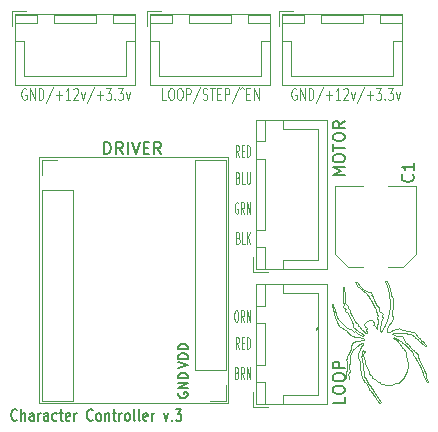
<source format=gbr>
G04 #@! TF.GenerationSoftware,KiCad,Pcbnew,(5.1.12)-1*
G04 #@! TF.CreationDate,2021-12-28T16:54:34-05:00*
G04 #@! TF.ProjectId,FlipDisplay-Motor,466c6970-4469-4737-906c-61792d4d6f74,rev?*
G04 #@! TF.SameCoordinates,Original*
G04 #@! TF.FileFunction,Legend,Top*
G04 #@! TF.FilePolarity,Positive*
%FSLAX46Y46*%
G04 Gerber Fmt 4.6, Leading zero omitted, Abs format (unit mm)*
G04 Created by KiCad (PCBNEW (5.1.12)-1) date 2021-12-28 16:54:34*
%MOMM*%
%LPD*%
G01*
G04 APERTURE LIST*
%ADD10C,0.050000*%
%ADD11C,0.125000*%
%ADD12C,0.150000*%
%ADD13C,0.120000*%
G04 APERTURE END LIST*
D10*
X157971346Y-93514786D02*
X158077947Y-93185211D01*
X157955578Y-93562753D02*
X157971346Y-93514786D01*
X157835717Y-93920139D02*
X157955578Y-93562753D01*
X157633087Y-94336095D02*
X157654650Y-94282339D01*
X157654650Y-94282339D02*
X157677306Y-94229053D01*
X157677306Y-94229053D02*
X157701046Y-94176253D01*
X157701046Y-94176253D02*
X157725861Y-94123956D01*
X157725861Y-94123956D02*
X157751744Y-94072180D01*
X157751744Y-94072180D02*
X157778687Y-94020940D01*
X157778687Y-94020940D02*
X157806680Y-93970254D01*
X157806680Y-93970254D02*
X157835717Y-93920139D01*
X157645544Y-94424437D02*
X157633087Y-94336095D01*
X157569547Y-94588307D02*
X157645544Y-94424437D01*
X157592645Y-94738846D02*
X157569547Y-94588307D01*
X157605976Y-95357972D02*
X157592645Y-94738846D01*
X157582811Y-95509251D02*
X157614922Y-95467633D01*
X157614922Y-95467633D02*
X157624938Y-95417570D01*
X157624938Y-95417570D02*
X157611569Y-95367318D01*
X157611569Y-95367318D02*
X157605976Y-95357972D01*
X157565704Y-96114881D02*
X157548744Y-96058946D01*
X157548744Y-96058946D02*
X157535643Y-96002273D01*
X157535643Y-96002273D02*
X157526393Y-95945056D01*
X157526393Y-95945056D02*
X157520990Y-95887491D01*
X157520990Y-95887491D02*
X157519427Y-95829773D01*
X157519427Y-95829773D02*
X157521697Y-95772098D01*
X157521697Y-95772098D02*
X157527796Y-95714660D01*
X157527796Y-95714660D02*
X157537716Y-95657656D01*
X157537716Y-95657656D02*
X157551453Y-95601281D01*
X157551453Y-95601281D02*
X157568999Y-95545730D01*
X157568999Y-95545730D02*
X157582811Y-95509251D01*
X155027356Y-91912994D02*
X155075440Y-91892329D01*
X155075440Y-91892329D02*
X155106987Y-91852268D01*
X155106987Y-91852268D02*
X155116041Y-91805380D01*
X155018385Y-91939745D02*
X155027356Y-91912994D01*
X154980201Y-91994579D02*
X155002081Y-91947803D01*
X155002081Y-91947803D02*
X155018385Y-91939745D01*
X155027375Y-92039504D02*
X154985275Y-92011693D01*
X154985275Y-92011693D02*
X154980201Y-91994579D01*
X155164431Y-92023560D02*
X155115965Y-92004479D01*
X155115965Y-92004479D02*
X155065780Y-92011484D01*
X155065780Y-92011484D02*
X155027375Y-92039504D01*
X157732508Y-95886447D02*
X157754874Y-95938340D01*
X157754874Y-95938340D02*
X157770273Y-95992195D01*
X157770273Y-95992195D02*
X157778662Y-96047320D01*
X157778662Y-96047320D02*
X157780000Y-96103024D01*
X157780000Y-96103024D02*
X157774246Y-96158616D01*
X157774246Y-96158616D02*
X157761360Y-96213406D01*
X157761360Y-96213406D02*
X157754199Y-96234942D01*
X157825896Y-95618057D02*
X157791342Y-95661155D01*
X157791342Y-95661155D02*
X157764280Y-95708654D01*
X157764280Y-95708654D02*
X157745047Y-95759594D01*
X157745047Y-95759594D02*
X157733980Y-95813015D01*
X157733980Y-95813015D02*
X157731415Y-95867959D01*
X157731415Y-95867959D02*
X157732508Y-95886447D01*
X157782653Y-95333068D02*
X157810782Y-95381944D01*
X157810782Y-95381944D02*
X157829876Y-95434295D01*
X157829876Y-95434295D02*
X157839749Y-95488887D01*
X157839749Y-95488887D02*
X157840217Y-95544487D01*
X157840217Y-95544487D02*
X157831098Y-95599862D01*
X157831098Y-95599862D02*
X157825896Y-95618057D01*
X157821172Y-94967257D02*
X157782653Y-95333068D01*
X157872681Y-94725204D02*
X157870167Y-94779744D01*
X157870167Y-94779744D02*
X157862688Y-94833684D01*
X157862688Y-94833684D02*
X157850317Y-94886685D01*
X157850317Y-94886685D02*
X157833128Y-94938407D01*
X157833128Y-94938407D02*
X157821172Y-94967257D01*
X158144123Y-93717744D02*
X158105318Y-93772859D01*
X158105318Y-93772859D02*
X158069292Y-93829511D01*
X158069292Y-93829511D02*
X158036073Y-93887594D01*
X158036073Y-93887594D02*
X158005690Y-93947003D01*
X158005690Y-93947003D02*
X157978171Y-94007633D01*
X157978171Y-94007633D02*
X157953545Y-94069380D01*
X157953545Y-94069380D02*
X157931841Y-94132139D01*
X157931841Y-94132139D02*
X157913086Y-94195805D01*
X157913086Y-94195805D02*
X157897311Y-94260273D01*
X157897311Y-94260273D02*
X157884542Y-94325439D01*
X157884542Y-94325439D02*
X157874809Y-94391196D01*
X157874809Y-94391196D02*
X157868141Y-94457442D01*
X157868141Y-94457442D02*
X157864565Y-94524070D01*
X157864565Y-94524070D02*
X157864111Y-94590976D01*
X157864111Y-94590976D02*
X157866806Y-94658056D01*
X157866806Y-94658056D02*
X157872681Y-94725204D01*
X158201072Y-93648673D02*
X158165469Y-93684622D01*
X158165469Y-93684622D02*
X158144123Y-93717744D01*
X158619004Y-93341234D02*
X158570441Y-93384457D01*
X158570441Y-93384457D02*
X158520771Y-93426353D01*
X158520771Y-93426353D02*
X158470021Y-93466899D01*
X158470021Y-93466899D02*
X158418220Y-93506077D01*
X158418220Y-93506077D02*
X158365397Y-93543863D01*
X158365397Y-93543863D02*
X158311578Y-93580239D01*
X158311578Y-93580239D02*
X158256794Y-93615182D01*
X158256794Y-93615182D02*
X158201072Y-93648673D01*
X158972576Y-93165253D02*
X158923464Y-93175907D01*
X158923464Y-93175907D02*
X158875422Y-93189968D01*
X158875422Y-93189968D02*
X158817127Y-93212210D01*
X158817127Y-93212210D02*
X158761091Y-93239483D01*
X158761091Y-93239483D02*
X158707643Y-93271625D01*
X158707643Y-93271625D02*
X158666968Y-93300736D01*
X158666968Y-93300736D02*
X158628326Y-93332776D01*
X158628326Y-93332776D02*
X158619004Y-93341234D01*
X158959887Y-93203073D02*
X158972576Y-93165253D01*
X158853848Y-93412906D02*
X158897175Y-93379331D01*
X158897175Y-93379331D02*
X158930209Y-93336928D01*
X158930209Y-93336928D02*
X158951807Y-93287945D01*
X158951807Y-93287945D02*
X158960823Y-93234624D01*
X158960823Y-93234624D02*
X158959887Y-93203073D01*
X158719204Y-93732521D02*
X158732183Y-93679493D01*
X158732183Y-93679493D02*
X158748229Y-93627416D01*
X158748229Y-93627416D02*
X158767285Y-93576421D01*
X158767285Y-93576421D02*
X158789297Y-93526640D01*
X158789297Y-93526640D02*
X158814207Y-93478205D01*
X158814207Y-93478205D02*
X158841962Y-93431246D01*
X158841962Y-93431246D02*
X158853848Y-93412906D01*
X158554643Y-94035006D02*
X158719204Y-93732521D01*
X158541363Y-94388241D02*
X158554643Y-94035006D01*
X158691981Y-94817471D02*
X158541363Y-94388241D01*
X158737359Y-95139815D02*
X158742070Y-95088349D01*
X158742070Y-95088349D02*
X158742354Y-95036883D01*
X158742354Y-95036883D02*
X158738249Y-94985693D01*
X158738249Y-94985693D02*
X158729794Y-94935059D01*
X158729794Y-94935059D02*
X158717027Y-94885259D01*
X158717027Y-94885259D02*
X158699985Y-94836572D01*
X158699985Y-94836572D02*
X158691981Y-94817471D01*
X158828853Y-95852268D02*
X158737359Y-95139815D01*
X159231204Y-96597370D02*
X159191361Y-96560271D01*
X159191361Y-96560271D02*
X159153308Y-96521593D01*
X159153308Y-96521593D02*
X159117081Y-96481402D01*
X159117081Y-96481402D02*
X159082716Y-96439769D01*
X159082716Y-96439769D02*
X159050249Y-96396759D01*
X159050249Y-96396759D02*
X159019717Y-96352441D01*
X159019717Y-96352441D02*
X158991157Y-96306883D01*
X158991157Y-96306883D02*
X158964605Y-96260153D01*
X158964605Y-96260153D02*
X158940097Y-96212319D01*
X158940097Y-96212319D02*
X158917670Y-96163448D01*
X158917670Y-96163448D02*
X158897361Y-96113609D01*
X158897361Y-96113609D02*
X158879206Y-96062870D01*
X158879206Y-96062870D02*
X158863241Y-96011298D01*
X158863241Y-96011298D02*
X158849502Y-95958962D01*
X158849502Y-95958962D02*
X158838028Y-95905929D01*
X158838028Y-95905929D02*
X158828853Y-95852268D01*
X159438847Y-97014586D02*
X159231204Y-96597370D01*
X159608538Y-97228889D02*
X159567205Y-97197012D01*
X159567205Y-97197012D02*
X159529921Y-97160866D01*
X159529921Y-97160866D02*
X159496994Y-97120842D01*
X159496994Y-97120842D02*
X159468733Y-97077335D01*
X159468733Y-97077335D02*
X159445449Y-97030737D01*
X159445449Y-97030737D02*
X159438847Y-97014586D01*
X160137051Y-97974221D02*
X160108346Y-97924702D01*
X160108346Y-97924702D02*
X160079048Y-97875552D01*
X160079048Y-97875552D02*
X160049160Y-97826774D01*
X160049160Y-97826774D02*
X160018685Y-97778374D01*
X160018685Y-97778374D02*
X159987627Y-97730357D01*
X159987627Y-97730357D02*
X159955990Y-97682727D01*
X159955990Y-97682727D02*
X159923776Y-97635491D01*
X159923776Y-97635491D02*
X159890991Y-97588653D01*
X159890991Y-97588653D02*
X159857637Y-97542218D01*
X159857637Y-97542218D02*
X159823718Y-97496191D01*
X159823718Y-97496191D02*
X159789237Y-97450577D01*
X159789237Y-97450577D02*
X159754199Y-97405382D01*
X159754199Y-97405382D02*
X159718606Y-97360611D01*
X159718606Y-97360611D02*
X159682462Y-97316268D01*
X159682462Y-97316268D02*
X159645772Y-97272359D01*
X159645772Y-97272359D02*
X159608538Y-97228889D01*
X160321282Y-98213960D02*
X160278014Y-98176270D01*
X160278014Y-98176270D02*
X160238526Y-98134905D01*
X160238526Y-98134905D02*
X160203039Y-98090157D01*
X160203039Y-98090157D02*
X160171777Y-98042316D01*
X160171777Y-98042316D02*
X160144962Y-97991674D01*
X160144962Y-97991674D02*
X160137051Y-97974221D01*
X160464662Y-98189302D02*
X160420375Y-98219699D01*
X160420375Y-98219699D02*
X160368362Y-98227552D01*
X160368362Y-98227552D02*
X160321282Y-98213960D01*
X159873322Y-97317687D02*
X160464662Y-98189302D01*
X159697346Y-96964108D02*
X159873322Y-97317687D01*
X159521127Y-96736686D02*
X159558678Y-96775676D01*
X159558678Y-96775676D02*
X159594217Y-96816442D01*
X159594217Y-96816442D02*
X159627681Y-96858901D01*
X159627681Y-96858901D02*
X159659007Y-96902974D01*
X159659007Y-96902974D02*
X159688136Y-96948579D01*
X159688136Y-96948579D02*
X159697346Y-96964108D01*
X159106087Y-96029407D02*
X159521127Y-96736686D01*
X159079924Y-96014558D02*
X159106087Y-96029407D01*
X158959917Y-94979797D02*
X159079924Y-96014558D01*
X158870922Y-94514201D02*
X158878406Y-94573047D01*
X158878406Y-94573047D02*
X158886936Y-94631735D01*
X158886936Y-94631735D02*
X158896509Y-94690251D01*
X158896509Y-94690251D02*
X158907122Y-94748583D01*
X158907122Y-94748583D02*
X158918772Y-94806717D01*
X158918772Y-94806717D02*
X158931456Y-94864639D01*
X158931456Y-94864639D02*
X158945172Y-94922337D01*
X158945172Y-94922337D02*
X158959917Y-94979797D01*
X158844342Y-94300478D02*
X158845207Y-94354523D01*
X158845207Y-94354523D02*
X158849942Y-94408295D01*
X158849942Y-94408295D02*
X158858522Y-94461589D01*
X158858522Y-94461589D02*
X158870922Y-94514201D01*
X158869594Y-94287910D02*
X158844342Y-94300478D01*
X158984108Y-93758233D02*
X158955978Y-93802660D01*
X158955978Y-93802660D02*
X158931319Y-93848751D01*
X158931319Y-93848751D02*
X158910177Y-93896303D01*
X158910177Y-93896303D02*
X158892594Y-93945116D01*
X158892594Y-93945116D02*
X158878614Y-93994989D01*
X158878614Y-93994989D02*
X158868282Y-94045720D01*
X158868282Y-94045720D02*
X158861642Y-94097108D01*
X158861642Y-94097108D02*
X158858738Y-94148953D01*
X158858738Y-94148953D02*
X158859614Y-94201054D01*
X158859614Y-94201054D02*
X158864314Y-94253209D01*
X158864314Y-94253209D02*
X158869594Y-94287910D01*
X159084900Y-93834113D02*
X158984108Y-93758233D01*
X159106628Y-93904143D02*
X159101320Y-93852349D01*
X159101320Y-93852349D02*
X159084900Y-93834113D01*
X159046842Y-93947597D02*
X159092842Y-93927465D01*
X159092842Y-93927465D02*
X159106628Y-93904143D01*
X159008546Y-94187243D02*
X159046842Y-93947597D01*
X159083727Y-94464948D02*
X159008546Y-94187243D01*
X159071039Y-94502765D02*
X159083727Y-94464948D01*
X159194521Y-95008064D02*
X159180139Y-94944647D01*
X159180139Y-94944647D02*
X159165455Y-94881302D01*
X159165455Y-94881302D02*
X159150470Y-94818029D01*
X159150470Y-94818029D02*
X159135184Y-94754828D01*
X159135184Y-94754828D02*
X159119597Y-94691700D01*
X159119597Y-94691700D02*
X159103710Y-94628646D01*
X159103710Y-94628646D02*
X159087524Y-94565667D01*
X159087524Y-94565667D02*
X159071039Y-94502765D01*
X159196545Y-95071663D02*
X159197339Y-95019814D01*
X159197339Y-95019814D02*
X159194521Y-95008064D01*
X159455108Y-95670465D02*
X159196545Y-95071663D01*
X159638226Y-95863083D02*
X159585451Y-95848836D01*
X159585451Y-95848836D02*
X159539200Y-95822395D01*
X159539200Y-95822395D02*
X159501262Y-95785650D01*
X159501262Y-95785650D02*
X159473424Y-95740493D01*
X159473424Y-95740493D02*
X159457474Y-95688813D01*
X159457474Y-95688813D02*
X159455108Y-95670465D01*
X159730636Y-96049004D02*
X159719158Y-95997321D01*
X159719158Y-95997321D02*
X159699626Y-95948489D01*
X159699626Y-95948489D02*
X159672496Y-95903435D01*
X159672496Y-95903435D02*
X159638226Y-95863083D01*
X159951048Y-96207609D02*
X159898415Y-96196706D01*
X159898415Y-96196706D02*
X159849639Y-96176125D01*
X159849639Y-96176125D02*
X159805946Y-96146753D01*
X159805946Y-96146753D02*
X159768558Y-96109474D01*
X159768558Y-96109474D02*
X159738702Y-96065176D01*
X159738702Y-96065176D02*
X159730636Y-96049004D01*
X160202916Y-96460389D02*
X159951048Y-96207609D01*
X160447996Y-96576238D02*
X160418557Y-96528022D01*
X160418557Y-96528022D02*
X160378476Y-96490596D01*
X160378476Y-96490596D02*
X160330472Y-96465254D01*
X160330472Y-96465254D02*
X160277262Y-96453291D01*
X160277262Y-96453291D02*
X160221564Y-96456001D01*
X160221564Y-96456001D02*
X160202916Y-96460389D01*
X160505424Y-96624960D02*
X160447996Y-96576238D01*
X160656813Y-96612622D02*
X160505424Y-96624960D01*
X160782872Y-96675932D02*
X160656813Y-96612622D01*
X161035088Y-96739476D02*
X160985031Y-96742098D01*
X160985031Y-96742098D02*
X160927315Y-96736440D01*
X160927315Y-96736440D02*
X160871388Y-96721664D01*
X160871388Y-96721664D02*
X160818360Y-96698051D01*
X160818360Y-96698051D02*
X160782872Y-96675932D01*
X161300095Y-96702122D02*
X161252387Y-96719869D01*
X161252387Y-96719869D02*
X161203344Y-96732717D01*
X161203344Y-96732717D02*
X161153344Y-96740611D01*
X161153344Y-96740611D02*
X161102767Y-96743500D01*
X161102767Y-96743500D02*
X161051991Y-96741331D01*
X161051991Y-96741331D02*
X161035088Y-96739476D01*
X161432731Y-96735361D02*
X161379137Y-96741679D01*
X161379137Y-96741679D02*
X161328416Y-96724956D01*
X161328416Y-96724956D02*
X161300095Y-96702122D01*
X161514711Y-96626819D02*
X161499666Y-96678479D01*
X161499666Y-96678479D02*
X161464745Y-96718365D01*
X161464745Y-96718365D02*
X161432731Y-96735361D01*
X161779726Y-96589453D02*
X161514711Y-96626819D01*
X161981638Y-96551983D02*
X161937164Y-96583953D01*
X161937164Y-96583953D02*
X161886361Y-96601280D01*
X161886361Y-96601280D02*
X161832718Y-96603326D01*
X161832718Y-96603326D02*
X161779726Y-96589453D01*
X162436609Y-96136483D02*
X162391299Y-96172438D01*
X162391299Y-96172438D02*
X162346521Y-96209031D01*
X162346521Y-96209031D02*
X162302281Y-96246254D01*
X162302281Y-96246254D02*
X162258584Y-96284103D01*
X162258584Y-96284103D02*
X162215437Y-96322572D01*
X162215437Y-96322572D02*
X162172847Y-96361654D01*
X162172847Y-96361654D02*
X162130820Y-96401344D01*
X162130820Y-96401344D02*
X162089362Y-96441636D01*
X162089362Y-96441636D02*
X162048479Y-96482525D01*
X162048479Y-96482525D02*
X162008178Y-96524004D01*
X162008178Y-96524004D02*
X161981638Y-96551983D01*
X162465993Y-96029743D02*
X162436609Y-96136483D01*
X162501540Y-95924878D02*
X162465993Y-96029743D01*
X162640977Y-94384706D02*
X162659226Y-94432328D01*
X162659226Y-94432328D02*
X162675987Y-94480310D01*
X162675987Y-94480310D02*
X162691262Y-94528618D01*
X162691262Y-94528618D02*
X162705054Y-94577220D01*
X162705054Y-94577220D02*
X162717366Y-94626083D01*
X162717366Y-94626083D02*
X162728201Y-94675175D01*
X162728201Y-94675175D02*
X162737563Y-94724464D01*
X162737563Y-94724464D02*
X162745453Y-94773915D01*
X162745453Y-94773915D02*
X162756835Y-94873177D01*
X162756835Y-94873177D02*
X162762371Y-94972701D01*
X162762371Y-94972701D02*
X162762085Y-95072225D01*
X162762085Y-95072225D02*
X162756001Y-95171489D01*
X162756001Y-95171489D02*
X162744144Y-95270231D01*
X162744144Y-95270231D02*
X162726538Y-95368190D01*
X162726538Y-95368190D02*
X162703207Y-95465105D01*
X162703207Y-95465105D02*
X162674177Y-95560715D01*
X162674177Y-95560715D02*
X162657531Y-95607948D01*
X162657531Y-95607948D02*
X162639470Y-95654758D01*
X162639470Y-95654758D02*
X162619996Y-95701110D01*
X162619996Y-95701110D02*
X162599112Y-95746973D01*
X162599112Y-95746973D02*
X162576822Y-95792314D01*
X162576822Y-95792314D02*
X162553127Y-95837100D01*
X162553127Y-95837100D02*
X162528032Y-95881299D01*
X162528032Y-95881299D02*
X162501540Y-95924878D01*
X162591854Y-94042450D02*
X162640977Y-94384706D01*
X162495428Y-93778428D02*
X162528519Y-93821403D01*
X162528519Y-93821403D02*
X162554990Y-93868244D01*
X162554990Y-93868244D02*
X162574564Y-93918183D01*
X162574564Y-93918183D02*
X162586962Y-93970454D01*
X162586962Y-93970454D02*
X162591909Y-94024289D01*
X162591909Y-94024289D02*
X162591854Y-94042450D01*
X162340348Y-93600420D02*
X162369720Y-93643165D01*
X162369720Y-93643165D02*
X162401730Y-93683881D01*
X162401730Y-93683881D02*
X162436274Y-93722449D01*
X162436274Y-93722449D02*
X162473248Y-93758749D01*
X162473248Y-93758749D02*
X162495428Y-93778428D01*
X162189398Y-93360420D02*
X162194694Y-93417090D01*
X162194694Y-93417090D02*
X162211771Y-93470234D01*
X162211771Y-93470234D02*
X162239583Y-93518179D01*
X162239583Y-93518179D02*
X162277083Y-93559248D01*
X162277083Y-93559248D02*
X162323227Y-93591769D01*
X162323227Y-93591769D02*
X162340348Y-93600420D01*
X162176824Y-93335161D02*
X162189398Y-93360420D01*
X162151570Y-93347729D02*
X162176824Y-93335161D01*
X161899819Y-93031863D02*
X161935904Y-93067465D01*
X161935904Y-93067465D02*
X161970727Y-93104246D01*
X161970727Y-93104246D02*
X162004258Y-93142172D01*
X162004258Y-93142172D02*
X162036470Y-93181207D01*
X162036470Y-93181207D02*
X162067335Y-93221315D01*
X162067335Y-93221315D02*
X162096826Y-93262461D01*
X162096826Y-93262461D02*
X162124913Y-93304611D01*
X162124913Y-93304611D02*
X162151570Y-93347729D01*
X161673093Y-92829582D02*
X161721268Y-92860763D01*
X161721268Y-92860763D02*
X161767011Y-92895222D01*
X161767011Y-92895222D02*
X161810159Y-92932810D01*
X161810159Y-92932810D02*
X161850546Y-92973381D01*
X161850546Y-92973381D02*
X161888009Y-93016789D01*
X161888009Y-93016789D02*
X161899819Y-93031863D01*
X161471395Y-92740893D02*
X161673093Y-92829582D01*
X161576165Y-92709450D02*
X161523765Y-92712966D01*
X161523765Y-92712966D02*
X161476905Y-92736366D01*
X161476905Y-92736366D02*
X161471395Y-92740893D01*
X162017816Y-92954086D02*
X161967032Y-92916041D01*
X161967032Y-92916041D02*
X161914860Y-92880059D01*
X161914860Y-92880059D02*
X161861361Y-92846175D01*
X161861361Y-92846175D02*
X161806598Y-92814425D01*
X161806598Y-92814425D02*
X161750634Y-92784842D01*
X161750634Y-92784842D02*
X161693532Y-92757461D01*
X161693532Y-92757461D02*
X161635355Y-92732319D01*
X161635355Y-92732319D02*
X161576165Y-92709450D01*
X162039169Y-92957067D02*
X162017816Y-92954086D01*
X162242770Y-93101142D02*
X162039169Y-92957067D01*
X162970799Y-93790821D02*
X162933228Y-93739996D01*
X162933228Y-93739996D02*
X162894514Y-93690118D01*
X162894514Y-93690118D02*
X162854674Y-93641204D01*
X162854674Y-93641204D02*
X162813726Y-93593273D01*
X162813726Y-93593273D02*
X162771690Y-93546341D01*
X162771690Y-93546341D02*
X162728584Y-93500427D01*
X162728584Y-93500427D02*
X162684427Y-93455548D01*
X162684427Y-93455548D02*
X162639237Y-93411722D01*
X162639237Y-93411722D02*
X162593033Y-93368967D01*
X162593033Y-93368967D02*
X162545833Y-93327300D01*
X162545833Y-93327300D02*
X162497656Y-93286739D01*
X162497656Y-93286739D02*
X162448521Y-93247301D01*
X162448521Y-93247301D02*
X162398446Y-93209005D01*
X162398446Y-93209005D02*
X162347450Y-93171868D01*
X162347450Y-93171868D02*
X162295552Y-93135907D01*
X162295552Y-93135907D02*
X162242770Y-93101142D01*
X162985422Y-93791592D02*
X162970799Y-93790821D01*
X162999426Y-93795809D02*
X162985422Y-93791592D01*
X163043924Y-93831453D02*
X163003305Y-93802073D01*
X163003305Y-93802073D02*
X162999426Y-93795809D01*
X163235007Y-94195034D02*
X163227041Y-94142623D01*
X163227041Y-94142623D02*
X163214197Y-94091572D01*
X163214197Y-94091572D02*
X163196641Y-94042194D01*
X163196641Y-94042194D02*
X163174536Y-93994806D01*
X163174536Y-93994806D02*
X163148047Y-93949723D01*
X163148047Y-93949723D02*
X163117339Y-93907259D01*
X163117339Y-93907259D02*
X163082576Y-93867730D01*
X163082576Y-93867730D02*
X163043924Y-93831453D01*
X164077297Y-95824095D02*
X164058960Y-95769421D01*
X164058960Y-95769421D02*
X164040090Y-95714954D01*
X164040090Y-95714954D02*
X164020687Y-95660696D01*
X164020687Y-95660696D02*
X164000753Y-95606651D01*
X164000753Y-95606651D02*
X163980292Y-95552824D01*
X163980292Y-95552824D02*
X163959303Y-95499216D01*
X163959303Y-95499216D02*
X163937790Y-95445834D01*
X163937790Y-95445834D02*
X163915754Y-95392679D01*
X163915754Y-95392679D02*
X163893197Y-95339756D01*
X163893197Y-95339756D02*
X163870121Y-95287069D01*
X163870121Y-95287069D02*
X163846528Y-95234620D01*
X163846528Y-95234620D02*
X163822420Y-95182415D01*
X163822420Y-95182415D02*
X163797798Y-95130456D01*
X163797798Y-95130456D02*
X163772666Y-95078748D01*
X163772666Y-95078748D02*
X163747023Y-95027293D01*
X163747023Y-95027293D02*
X163720874Y-94976097D01*
X163720874Y-94976097D02*
X163694218Y-94925162D01*
X163694218Y-94925162D02*
X163667059Y-94874492D01*
X163667059Y-94874492D02*
X163639398Y-94824090D01*
X163639398Y-94824090D02*
X163611237Y-94773962D01*
X163611237Y-94773962D02*
X163582578Y-94724110D01*
X163582578Y-94724110D02*
X163553423Y-94674538D01*
X163553423Y-94674538D02*
X163523774Y-94625249D01*
X163523774Y-94625249D02*
X163493632Y-94576248D01*
X163493632Y-94576248D02*
X163463000Y-94527538D01*
X163463000Y-94527538D02*
X163431880Y-94479123D01*
X163431880Y-94479123D02*
X163400273Y-94431007D01*
X163400273Y-94431007D02*
X163368181Y-94383193D01*
X163368181Y-94383193D02*
X163335607Y-94335685D01*
X163335607Y-94335685D02*
X163302552Y-94288486D01*
X163302552Y-94288486D02*
X163269018Y-94241601D01*
X163269018Y-94241601D02*
X163235007Y-94195034D01*
X164253150Y-96240746D02*
X164223088Y-96192405D01*
X164223088Y-96192405D02*
X164195268Y-96142836D01*
X164195268Y-96142836D02*
X164169723Y-96092117D01*
X164169723Y-96092117D02*
X164146486Y-96040329D01*
X164146486Y-96040329D02*
X164125592Y-95987553D01*
X164125592Y-95987553D02*
X164107073Y-95933868D01*
X164107073Y-95933868D02*
X164090963Y-95879355D01*
X164090963Y-95879355D02*
X164077297Y-95824095D01*
X164391427Y-96518570D02*
X164253150Y-96240746D01*
X164450378Y-96466273D02*
X164418417Y-96504760D01*
X164418417Y-96504760D02*
X164391427Y-96518570D01*
X164452983Y-96387639D02*
X164458563Y-96439717D01*
X164458563Y-96439717D02*
X164450378Y-96466273D01*
X164291576Y-95938035D02*
X164299315Y-95998063D01*
X164299315Y-95998063D02*
X164310723Y-96057321D01*
X164310723Y-96057321D02*
X164325741Y-96115646D01*
X164325741Y-96115646D02*
X164344313Y-96172878D01*
X164344313Y-96172878D02*
X164366380Y-96228855D01*
X164366380Y-96228855D02*
X164391885Y-96283415D01*
X164391885Y-96283415D02*
X164420772Y-96336397D01*
X164420772Y-96336397D02*
X164452983Y-96387639D01*
X164216506Y-95597248D02*
X164237517Y-95648095D01*
X164237517Y-95648095D02*
X164255145Y-95700083D01*
X164255145Y-95700083D02*
X164269352Y-95753040D01*
X164269352Y-95753040D02*
X164280103Y-95806794D01*
X164280103Y-95806794D02*
X164287359Y-95861175D01*
X164287359Y-95861175D02*
X164291083Y-95916011D01*
X164291083Y-95916011D02*
X164291576Y-95938035D01*
X163650943Y-94391349D02*
X164216506Y-95597248D01*
X163489095Y-94017647D02*
X163527406Y-94054592D01*
X163527406Y-94054592D02*
X163560952Y-94095259D01*
X163560952Y-94095259D02*
X163589532Y-94139183D01*
X163589532Y-94139183D02*
X163612947Y-94185898D01*
X163612947Y-94185898D02*
X163630995Y-94234937D01*
X163630995Y-94234937D02*
X163643478Y-94285836D01*
X163643478Y-94285836D02*
X163650193Y-94338128D01*
X163650193Y-94338128D02*
X163650943Y-94391349D01*
X163273658Y-93766152D02*
X163298148Y-93812612D01*
X163298148Y-93812612D02*
X163326289Y-93856715D01*
X163326289Y-93856715D02*
X163357907Y-93898260D01*
X163357907Y-93898260D02*
X163392830Y-93937043D01*
X163392830Y-93937043D02*
X163430885Y-93972863D01*
X163430885Y-93972863D02*
X163471899Y-94005517D01*
X163471899Y-94005517D02*
X163489095Y-94017647D01*
X163072068Y-93614378D02*
X163094115Y-93660121D01*
X163094115Y-93660121D02*
X163130962Y-93704872D01*
X163130962Y-93704872D02*
X163177595Y-93738681D01*
X163177595Y-93738681D02*
X163231706Y-93759802D01*
X163231706Y-93759802D02*
X163273658Y-93766152D01*
X163034237Y-93601694D02*
X163072068Y-93614378D01*
X162832770Y-93386846D02*
X162876392Y-93421316D01*
X162876392Y-93421316D02*
X162917467Y-93458631D01*
X162917467Y-93458631D02*
X162955859Y-93498646D01*
X162955859Y-93498646D02*
X162991430Y-93541215D01*
X162991430Y-93541215D02*
X163024045Y-93586191D01*
X163024045Y-93586191D02*
X163034237Y-93601694D01*
X162543197Y-93058279D02*
X162832770Y-93386846D01*
X162367223Y-92704700D02*
X162543197Y-93058279D01*
X162161728Y-92571430D02*
X162213467Y-92568962D01*
X162213467Y-92568962D02*
X162262076Y-92581104D01*
X162262076Y-92581104D02*
X162311270Y-92611407D01*
X162311270Y-92611407D02*
X162348329Y-92656453D01*
X162348329Y-92656453D02*
X162367223Y-92704700D01*
X161824980Y-92564918D02*
X161876823Y-92577843D01*
X161876823Y-92577843D02*
X161929356Y-92586366D01*
X161929356Y-92586366D02*
X161982304Y-92590482D01*
X161982304Y-92590482D02*
X162035392Y-92590184D01*
X162035392Y-92590184D02*
X162088345Y-92585468D01*
X162088345Y-92585468D02*
X162140887Y-92576326D01*
X162140887Y-92576326D02*
X162161728Y-92571430D01*
X161408893Y-92425383D02*
X161824980Y-92564918D01*
X161812747Y-92350426D02*
X161760927Y-92323869D01*
X161760927Y-92323869D02*
X161706533Y-92308117D01*
X161706533Y-92308117D02*
X161651042Y-92302899D01*
X161651042Y-92302899D02*
X161595932Y-92307946D01*
X161595932Y-92307946D02*
X161542684Y-92322988D01*
X161542684Y-92322988D02*
X161492776Y-92347755D01*
X161492776Y-92347755D02*
X161447685Y-92381976D01*
X161447685Y-92381976D02*
X161408893Y-92425383D01*
X162128173Y-92350990D02*
X161812747Y-92350426D01*
X162140861Y-92313164D02*
X162128173Y-92350990D01*
X162557167Y-92326546D02*
X162140861Y-92313164D01*
X162998621Y-92390448D02*
X162942254Y-92394803D01*
X162942254Y-92394803D02*
X162885890Y-92395582D01*
X162885890Y-92395582D02*
X162829696Y-92392810D01*
X162829696Y-92392810D02*
X162773840Y-92386511D01*
X162773840Y-92386511D02*
X162718491Y-92376710D01*
X162718491Y-92376710D02*
X162663817Y-92363432D01*
X162663817Y-92363432D02*
X162609986Y-92346702D01*
X162609986Y-92346702D02*
X162557167Y-92326546D01*
X163238039Y-92554900D02*
X163186924Y-92533991D01*
X163186924Y-92533991D02*
X163138312Y-92508244D01*
X163138312Y-92508244D02*
X163092534Y-92477891D01*
X163092534Y-92477891D02*
X163049926Y-92443162D01*
X163049926Y-92443162D02*
X163010820Y-92404287D01*
X163010820Y-92404287D02*
X162998621Y-92390448D01*
X163250606Y-92580156D02*
X163238039Y-92554900D01*
X163653769Y-92883704D02*
X163597054Y-92854853D01*
X163597054Y-92854853D02*
X163541953Y-92823259D01*
X163541953Y-92823259D02*
X163488562Y-92788995D01*
X163488562Y-92788995D02*
X163436977Y-92752132D01*
X163436977Y-92752132D02*
X163387292Y-92712744D01*
X163387292Y-92712744D02*
X163339605Y-92670904D01*
X163339605Y-92670904D02*
X163294011Y-92626683D01*
X163294011Y-92626683D02*
X163250606Y-92580156D01*
X164219992Y-93452026D02*
X163653769Y-92883704D01*
X164282158Y-93398812D02*
X164248662Y-93438699D01*
X164248662Y-93438699D02*
X164219992Y-93452026D01*
X164280980Y-93317153D02*
X164290244Y-93368306D01*
X164290244Y-93368306D02*
X164282158Y-93398812D01*
X163922163Y-92975893D02*
X163972810Y-93012073D01*
X163972810Y-93012073D02*
X164021911Y-93050208D01*
X164021911Y-93050208D02*
X164069411Y-93090247D01*
X164069411Y-93090247D02*
X164115256Y-93132136D01*
X164115256Y-93132136D02*
X164159389Y-93175823D01*
X164159389Y-93175823D02*
X164201758Y-93221256D01*
X164201758Y-93221256D02*
X164242306Y-93268384D01*
X164242306Y-93268384D02*
X164280980Y-93317153D01*
X163452763Y-92416516D02*
X163496212Y-92469423D01*
X163496212Y-92469423D02*
X163539777Y-92522234D01*
X163539777Y-92522234D02*
X163583457Y-92574949D01*
X163583457Y-92574949D02*
X163627253Y-92627569D01*
X163627253Y-92627569D02*
X163671164Y-92680092D01*
X163671164Y-92680092D02*
X163715190Y-92732518D01*
X163715190Y-92732518D02*
X163759331Y-92784848D01*
X163759331Y-92784848D02*
X163803587Y-92837081D01*
X163803587Y-92837081D02*
X163847957Y-92889216D01*
X163847957Y-92889216D02*
X163892442Y-92941255D01*
X163892442Y-92941255D02*
X163922163Y-92975893D01*
X163271327Y-92251227D02*
X163327214Y-92266026D01*
X163327214Y-92266026D02*
X163376013Y-92294603D01*
X163376013Y-92294603D02*
X163415411Y-92334836D01*
X163415411Y-92334836D02*
X163443094Y-92384607D01*
X163443094Y-92384607D02*
X163452763Y-92416516D01*
X162930830Y-92166855D02*
X162979947Y-92193500D01*
X162979947Y-92193500D02*
X163031100Y-92215291D01*
X163031100Y-92215291D02*
X163083933Y-92232137D01*
X163083933Y-92232137D02*
X163138088Y-92243949D01*
X163138088Y-92243949D02*
X163193210Y-92250638D01*
X163193210Y-92250638D02*
X163248943Y-92252115D01*
X163248943Y-92252115D02*
X163271327Y-92251227D01*
X162746757Y-92137670D02*
X162800551Y-92124601D01*
X162800551Y-92124601D02*
X162854813Y-92128514D01*
X162854813Y-92128514D02*
X162905586Y-92148772D01*
X162905586Y-92148772D02*
X162930830Y-92166855D01*
X162141424Y-91997777D02*
X162195417Y-92020981D01*
X162195417Y-92020981D02*
X162250147Y-92042137D01*
X162250147Y-92042137D02*
X162305558Y-92061231D01*
X162305558Y-92061231D02*
X162361590Y-92078250D01*
X162361590Y-92078250D02*
X162418186Y-92093179D01*
X162418186Y-92093179D02*
X162475289Y-92106006D01*
X162475289Y-92106006D02*
X162532839Y-92116718D01*
X162532839Y-92116718D02*
X162590780Y-92125299D01*
X162590780Y-92125299D02*
X162649053Y-92131738D01*
X162649053Y-92131738D02*
X162707601Y-92136020D01*
X162707601Y-92136020D02*
X162746757Y-92137670D01*
X162116172Y-92010344D02*
X162141424Y-91997777D01*
X162053122Y-91947060D02*
X162096024Y-91975454D01*
X162096024Y-91975454D02*
X162116172Y-92010344D01*
X161964879Y-91959587D02*
X162013214Y-91942266D01*
X162013214Y-91942266D02*
X162053122Y-91947060D01*
X161952194Y-91997417D02*
X161964879Y-91959587D01*
X161753099Y-91970883D02*
X161804169Y-91960002D01*
X161804169Y-91960002D02*
X161855729Y-91960982D01*
X161855729Y-91960982D02*
X161905748Y-91973545D01*
X161905748Y-91973545D02*
X161952194Y-91997417D01*
X161523080Y-92084943D02*
X161573345Y-92059886D01*
X161573345Y-92059886D02*
X161623638Y-92034889D01*
X161623638Y-92034889D02*
X161673961Y-92009951D01*
X161673961Y-92009951D02*
X161724313Y-91985072D01*
X161724313Y-91985072D02*
X161753099Y-91970883D01*
X161497825Y-92097519D02*
X161523080Y-92084943D01*
X161270505Y-92210648D02*
X161320230Y-92185900D01*
X161320230Y-92185900D02*
X161369956Y-92161153D01*
X161369956Y-92161153D02*
X161419682Y-92136405D01*
X161419682Y-92136405D02*
X161469408Y-92111659D01*
X161469408Y-92111659D02*
X161497825Y-92097519D01*
X160980242Y-92260575D02*
X161033032Y-92243137D01*
X161033032Y-92243137D02*
X161086795Y-92229391D01*
X161086795Y-92229391D02*
X161141333Y-92219368D01*
X161141333Y-92219368D02*
X161196451Y-92213102D01*
X161196451Y-92213102D02*
X161251953Y-92210625D01*
X161251953Y-92210625D02*
X161270505Y-92210648D01*
X161018537Y-92020929D02*
X160980242Y-92260575D01*
X161221287Y-91541885D02*
X161180299Y-91594069D01*
X161180299Y-91594069D02*
X161143558Y-91648973D01*
X161143558Y-91648973D02*
X161111177Y-91706336D01*
X161111177Y-91706336D02*
X161083265Y-91765898D01*
X161083265Y-91765898D02*
X161059934Y-91827399D01*
X161059934Y-91827399D02*
X161041295Y-91890578D01*
X161041295Y-91890578D02*
X161027459Y-91955174D01*
X161027459Y-91955174D02*
X161018537Y-92020929D01*
X161423796Y-91189004D02*
X161423849Y-91243996D01*
X161423849Y-91243996D02*
X161415745Y-91297453D01*
X161415745Y-91297453D02*
X161399939Y-91348587D01*
X161399939Y-91348587D02*
X161376886Y-91396612D01*
X161376886Y-91396612D02*
X161347039Y-91440741D01*
X161347039Y-91440741D02*
X161310854Y-91480187D01*
X161310854Y-91480187D02*
X161268785Y-91514164D01*
X161268785Y-91514164D02*
X161221287Y-91541885D01*
X161499564Y-91151292D02*
X161423796Y-91189004D01*
X161449969Y-90671785D02*
X161499564Y-91151292D01*
X161462653Y-90633957D02*
X161449969Y-90671785D01*
X161450091Y-90608699D02*
X161462653Y-90633957D01*
X161501672Y-90015824D02*
X161450091Y-90608699D01*
X161514343Y-89978002D02*
X161501672Y-90015824D01*
X161439971Y-89258733D02*
X161464708Y-89323243D01*
X161464708Y-89323243D02*
X161485815Y-89388802D01*
X161485815Y-89388802D02*
X161503275Y-89455255D01*
X161503275Y-89455255D02*
X161517074Y-89522448D01*
X161517074Y-89522448D02*
X161527195Y-89590229D01*
X161527195Y-89590229D02*
X161533623Y-89658443D01*
X161533623Y-89658443D02*
X161536344Y-89726938D01*
X161536344Y-89726938D02*
X161535340Y-89795559D01*
X161535340Y-89795559D02*
X161530598Y-89864154D01*
X161530598Y-89864154D02*
X161522101Y-89932568D01*
X161522101Y-89932568D02*
X161514343Y-89978002D01*
X161352098Y-89018854D02*
X161344307Y-89070083D01*
X161344307Y-89070083D02*
X161348500Y-89120583D01*
X161348500Y-89120583D02*
X161363971Y-89168414D01*
X161363971Y-89168414D02*
X161390016Y-89211634D01*
X161390016Y-89211634D02*
X161425928Y-89248301D01*
X161425928Y-89248301D02*
X161439971Y-89258733D01*
X161138992Y-88274109D02*
X161352098Y-89018854D01*
X161025963Y-87983723D02*
X161138992Y-88274109D01*
X160915938Y-87942811D02*
X160968122Y-87949326D01*
X160968122Y-87949326D02*
X161014485Y-87973734D01*
X161014485Y-87973734D02*
X161025963Y-87983723D01*
X160811481Y-87995932D02*
X160851564Y-87961997D01*
X160851564Y-87961997D02*
X160900822Y-87944475D01*
X160900822Y-87944475D02*
X160915938Y-87942811D01*
X161162969Y-88955434D02*
X161153292Y-88891598D01*
X161153292Y-88891598D02*
X161141923Y-88828128D01*
X161141923Y-88828128D02*
X161128872Y-88765056D01*
X161128872Y-88765056D02*
X161114151Y-88702414D01*
X161114151Y-88702414D02*
X161097771Y-88640234D01*
X161097771Y-88640234D02*
X161079745Y-88578548D01*
X161079745Y-88578548D02*
X161060083Y-88517388D01*
X161060083Y-88517388D02*
X161038799Y-88456787D01*
X161038799Y-88456787D02*
X161015902Y-88396776D01*
X161015902Y-88396776D02*
X160991406Y-88337387D01*
X160991406Y-88337387D02*
X160965321Y-88278654D01*
X160965321Y-88278654D02*
X160937660Y-88220607D01*
X160937660Y-88220607D02*
X160908433Y-88163280D01*
X160908433Y-88163280D02*
X160877653Y-88106703D01*
X160877653Y-88106703D02*
X160845332Y-88050910D01*
X160845332Y-88050910D02*
X160811481Y-87995932D01*
X161300313Y-89737893D02*
X161282188Y-89691124D01*
X161282188Y-89691124D02*
X161265315Y-89643952D01*
X161265315Y-89643952D02*
X161249699Y-89596401D01*
X161249699Y-89596401D02*
X161235342Y-89548498D01*
X161235342Y-89548498D02*
X161216180Y-89476037D01*
X161216180Y-89476037D02*
X161199878Y-89402926D01*
X161199878Y-89402926D02*
X161186451Y-89329251D01*
X161186451Y-89329251D02*
X161175915Y-89255098D01*
X161175915Y-89255098D02*
X161168283Y-89180554D01*
X161168283Y-89180554D02*
X161163572Y-89105704D01*
X161163572Y-89105704D02*
X161162060Y-89055677D01*
X161162060Y-89055677D02*
X161161858Y-89005578D01*
X161161858Y-89005578D02*
X161162969Y-88955434D01*
X161238559Y-90009574D02*
X161223997Y-89955309D01*
X161223997Y-89955309D02*
X161222027Y-89900290D01*
X161222027Y-89900290D02*
X161232174Y-89846577D01*
X161232174Y-89846577D02*
X161253965Y-89796229D01*
X161253965Y-89796229D02*
X161286926Y-89751306D01*
X161286926Y-89751306D02*
X161300313Y-89737893D01*
X161236281Y-90242438D02*
X161268040Y-90195236D01*
X161268040Y-90195236D02*
X161282342Y-90142081D01*
X161282342Y-90142081D02*
X161279130Y-90087476D01*
X161279130Y-90087476D02*
X161258346Y-90035926D01*
X161258346Y-90035926D02*
X161238559Y-90009574D01*
X160842564Y-91667343D02*
X160874754Y-91580540D01*
X160874754Y-91580540D02*
X160905944Y-91493398D01*
X160905944Y-91493398D02*
X160936132Y-91405924D01*
X160936132Y-91405924D02*
X160965315Y-91318127D01*
X160965315Y-91318127D02*
X160993491Y-91230015D01*
X160993491Y-91230015D02*
X161020658Y-91141598D01*
X161020658Y-91141598D02*
X161046812Y-91052882D01*
X161046812Y-91052882D02*
X161071953Y-90963877D01*
X161071953Y-90963877D02*
X161096077Y-90874591D01*
X161096077Y-90874591D02*
X161119182Y-90785033D01*
X161119182Y-90785033D02*
X161141265Y-90695211D01*
X161141265Y-90695211D02*
X161162325Y-90605133D01*
X161162325Y-90605133D02*
X161182359Y-90514809D01*
X161182359Y-90514809D02*
X161201364Y-90424245D01*
X161201364Y-90424245D02*
X161219339Y-90333452D01*
X161219339Y-90333452D02*
X161236281Y-90242438D01*
X160488280Y-92221810D02*
X160842564Y-91667343D01*
X160450920Y-91956799D02*
X160435282Y-92007718D01*
X160435282Y-92007718D02*
X160430341Y-92059850D01*
X160430341Y-92059850D02*
X160435874Y-92111593D01*
X160435874Y-92111593D02*
X160451661Y-92161344D01*
X160451661Y-92161344D02*
X160477481Y-92207500D01*
X160477481Y-92207500D02*
X160488280Y-92221810D01*
X160527615Y-91414449D02*
X160450920Y-91956799D01*
X160642018Y-90947851D02*
X160527615Y-91414449D01*
X160562250Y-90856990D02*
X160579783Y-90906399D01*
X160579783Y-90906399D02*
X160618597Y-90939903D01*
X160618597Y-90939903D02*
X160642018Y-90947851D01*
X160625967Y-90752916D02*
X160583802Y-90784522D01*
X160583802Y-90784522D02*
X160563053Y-90832142D01*
X160563053Y-90832142D02*
X160562250Y-90856990D01*
X160566948Y-90607072D02*
X160606128Y-90642661D01*
X160606128Y-90642661D02*
X160627451Y-90689809D01*
X160627451Y-90689809D02*
X160628431Y-90742317D01*
X160628431Y-90742317D02*
X160625967Y-90752916D01*
X160365364Y-90455311D02*
X160566948Y-90607072D01*
X160340454Y-90278636D02*
X160365364Y-90455311D01*
X160189502Y-90038641D02*
X160228005Y-90076560D01*
X160228005Y-90076560D02*
X160262076Y-90118187D01*
X160262076Y-90118187D02*
X160291467Y-90163124D01*
X160291467Y-90163124D02*
X160315930Y-90210978D01*
X160315930Y-90210978D02*
X160335217Y-90261352D01*
X160335217Y-90261352D02*
X160340454Y-90278636D01*
X159925536Y-89508274D02*
X160189502Y-90038641D01*
X159799956Y-89192639D02*
X159798210Y-89248429D01*
X159798210Y-89248429D02*
X159804892Y-89303124D01*
X159804892Y-89303124D02*
X159819652Y-89355836D01*
X159819652Y-89355836D02*
X159842138Y-89405678D01*
X159842138Y-89405678D02*
X159872001Y-89451761D01*
X159872001Y-89451761D02*
X159908891Y-89493198D01*
X159908891Y-89493198D02*
X159925536Y-89508274D01*
X159721751Y-89196881D02*
X159771492Y-89204041D01*
X159771492Y-89204041D02*
X159799956Y-89192639D01*
X159678490Y-89131285D02*
X159697496Y-89177972D01*
X159697496Y-89177972D02*
X159721751Y-89196881D01*
X159656825Y-88929724D02*
X159686418Y-88975218D01*
X159686418Y-88975218D02*
X159700064Y-89026827D01*
X159700064Y-89026827D02*
X159697507Y-89080275D01*
X159697507Y-89080275D02*
X159678490Y-89131285D01*
X159459884Y-88889201D02*
X159512106Y-88874972D01*
X159512106Y-88874972D02*
X159564928Y-88877516D01*
X159564928Y-88877516D02*
X159614463Y-88896033D01*
X159614463Y-88896033D02*
X159656825Y-88929724D01*
X159094420Y-88661440D02*
X159459884Y-88889201D01*
X158754351Y-88358014D02*
X159094420Y-88661440D01*
X158452204Y-88004206D02*
X158754351Y-88358014D01*
X158300781Y-88016548D02*
X158345498Y-87993767D01*
X158345498Y-87993767D02*
X158399434Y-87988418D01*
X158399434Y-87988418D02*
X158447621Y-88001884D01*
X158447621Y-88001884D02*
X158452204Y-88004206D01*
X158590232Y-88408182D02*
X158300781Y-88016548D01*
X158905190Y-88661095D02*
X158864213Y-88631530D01*
X158864213Y-88631530D02*
X158823683Y-88601369D01*
X158823683Y-88601369D02*
X158783605Y-88570617D01*
X158783605Y-88570617D02*
X158743986Y-88539280D01*
X158743986Y-88539280D02*
X158704832Y-88507362D01*
X158704832Y-88507362D02*
X158666151Y-88474869D01*
X158666151Y-88474869D02*
X158627948Y-88441807D01*
X158627948Y-88441807D02*
X158590232Y-88408182D01*
X158917755Y-88686336D02*
X158905190Y-88661095D01*
X159245261Y-88964520D02*
X158917755Y-88686336D01*
X159522265Y-89267815D02*
X159479264Y-89238359D01*
X159479264Y-89238359D02*
X159438427Y-89206236D01*
X159438427Y-89206236D02*
X159399870Y-89171570D01*
X159399870Y-89171570D02*
X159363705Y-89134489D01*
X159363705Y-89134489D02*
X159330047Y-89095117D01*
X159330047Y-89095117D02*
X159299011Y-89053581D01*
X159299011Y-89053581D02*
X159270711Y-89010006D01*
X159270711Y-89010006D02*
X159245261Y-88964520D01*
X159660533Y-89545624D02*
X159613791Y-89518972D01*
X159613791Y-89518972D02*
X159575117Y-89483599D01*
X159575117Y-89483599D02*
X159545357Y-89441220D01*
X159545357Y-89441220D02*
X159525359Y-89393550D01*
X159525359Y-89393550D02*
X159515970Y-89342303D01*
X159515970Y-89342303D02*
X159518039Y-89289195D01*
X159518039Y-89289195D02*
X159522265Y-89267815D01*
X159911936Y-90050750D02*
X159660533Y-89545624D01*
X160088022Y-90341246D02*
X160054701Y-90299591D01*
X160054701Y-90299591D02*
X160023460Y-90256436D01*
X160023460Y-90256436D02*
X159994348Y-90211859D01*
X159994348Y-90211859D02*
X159967412Y-90165941D01*
X159967412Y-90165941D02*
X159942701Y-90118763D01*
X159942701Y-90118763D02*
X159920263Y-90070405D01*
X159920263Y-90070405D02*
X159911936Y-90050750D01*
X160137718Y-90757682D02*
X160088022Y-90341246D01*
X160213136Y-90909210D02*
X160137718Y-90757682D01*
X160162706Y-91065882D02*
X160164916Y-91013141D01*
X160164916Y-91013141D02*
X160179762Y-90962900D01*
X160179762Y-90962900D02*
X160206448Y-90917502D01*
X160206448Y-90917502D02*
X160213136Y-90909210D01*
X160237819Y-91212052D02*
X160202092Y-91173260D01*
X160202092Y-91173260D02*
X160177069Y-91127360D01*
X160177069Y-91127360D02*
X160163840Y-91076471D01*
X160163840Y-91076471D02*
X160162706Y-91065882D01*
X160186008Y-91931087D02*
X160237819Y-91212052D01*
X160173323Y-91968918D02*
X160186008Y-91931087D01*
X159858519Y-91652920D02*
X159908396Y-91680558D01*
X159908396Y-91680558D02*
X159955657Y-91711979D01*
X159955657Y-91711979D02*
X160000106Y-91746986D01*
X160000106Y-91746986D02*
X160041547Y-91785383D01*
X160041547Y-91785383D02*
X160079784Y-91826971D01*
X160079784Y-91826971D02*
X160114623Y-91871554D01*
X160114623Y-91871554D02*
X160145867Y-91918935D01*
X160145867Y-91918935D02*
X160173323Y-91968918D01*
X159756301Y-91251296D02*
X159795929Y-91291156D01*
X159795929Y-91291156D02*
X159828358Y-91335850D01*
X159828358Y-91335850D02*
X159853352Y-91384439D01*
X159853352Y-91384439D02*
X159870674Y-91435984D01*
X159870674Y-91435984D02*
X159880087Y-91489543D01*
X159880087Y-91489543D02*
X159881357Y-91544179D01*
X159881357Y-91544179D02*
X159874246Y-91598951D01*
X159874246Y-91598951D02*
X159858519Y-91652920D01*
X159089073Y-91563201D02*
X159115392Y-91520148D01*
X159115392Y-91520148D02*
X159160445Y-91460658D01*
X159160445Y-91460658D02*
X159211570Y-91407558D01*
X159211570Y-91407558D02*
X159268078Y-91361169D01*
X159268078Y-91361169D02*
X159329277Y-91321812D01*
X159329277Y-91321812D02*
X159394476Y-91289808D01*
X159394476Y-91289808D02*
X159462985Y-91265477D01*
X159462985Y-91265477D02*
X159534113Y-91249140D01*
X159534113Y-91249140D02*
X159607169Y-91241116D01*
X159607169Y-91241116D02*
X159681462Y-91241728D01*
X159681462Y-91241728D02*
X159731336Y-91247092D01*
X159731336Y-91247092D02*
X159756301Y-91251296D01*
X159151688Y-91815645D02*
X159089073Y-91563201D01*
X159276780Y-91878468D02*
X159244056Y-91838314D01*
X159244056Y-91838314D02*
X159198735Y-91816531D01*
X159198735Y-91816531D02*
X159151688Y-91815645D01*
X159252247Y-92017692D02*
X159281428Y-91974614D01*
X159281428Y-91974614D02*
X159289275Y-91924243D01*
X159289275Y-91924243D02*
X159276780Y-91878468D01*
X159264251Y-92358333D02*
X159268761Y-92305036D01*
X159268761Y-92305036D02*
X159270901Y-92251652D01*
X159270901Y-92251652D02*
X159270675Y-92198259D01*
X159270675Y-92198259D02*
X159268086Y-92144934D01*
X159268086Y-92144934D02*
X159263136Y-92091754D01*
X159263136Y-92091754D02*
X159255829Y-92038795D01*
X159255829Y-92038795D02*
X159252247Y-92017692D01*
X158924158Y-92054919D02*
X158956988Y-92102640D01*
X158956988Y-92102640D02*
X158992884Y-92147832D01*
X158992884Y-92147832D02*
X159031696Y-92190360D01*
X159031696Y-92190360D02*
X159073274Y-92230090D01*
X159073274Y-92230090D02*
X159117468Y-92266886D01*
X159117468Y-92266886D02*
X159164129Y-92300615D01*
X159164129Y-92300615D02*
X159213106Y-92331142D01*
X159213106Y-92331142D02*
X159264251Y-92358333D01*
X158672408Y-91739047D02*
X158924158Y-92054919D01*
X158623523Y-91757217D02*
X158671278Y-91740727D01*
X158671278Y-91740727D02*
X158672408Y-91739047D01*
X158575414Y-91719701D02*
X158611629Y-91754625D01*
X158611629Y-91754625D02*
X158623523Y-91757217D01*
X158587351Y-91659879D02*
X158572391Y-91707911D01*
X158572391Y-91707911D02*
X158575414Y-91719701D01*
X158529830Y-91533205D02*
X158564679Y-91574183D01*
X158564679Y-91574183D02*
X158584010Y-91623951D01*
X158584010Y-91623951D02*
X158587351Y-91659879D01*
X158395318Y-91498832D02*
X158449013Y-91497296D01*
X158449013Y-91497296D02*
X158499780Y-91513321D01*
X158499780Y-91513321D02*
X158529830Y-91533205D01*
X158206644Y-91183063D02*
X158239538Y-91230292D01*
X158239538Y-91230292D02*
X158271190Y-91278340D01*
X158271190Y-91278340D02*
X158301585Y-91327182D01*
X158301585Y-91327182D02*
X158330707Y-91376791D01*
X158330707Y-91376791D02*
X158358541Y-91427143D01*
X158358541Y-91427143D02*
X158385073Y-91478210D01*
X158385073Y-91478210D02*
X158395318Y-91498832D01*
X158017860Y-90930393D02*
X158206644Y-91183063D01*
X158008916Y-90846085D02*
X158025753Y-90895218D01*
X158025753Y-90895218D02*
X158017860Y-90930393D01*
X157929756Y-90816696D02*
X157981072Y-90823404D01*
X157981072Y-90823404D02*
X158008916Y-90846085D01*
X157829427Y-90488476D02*
X157929756Y-90816696D01*
X157808639Y-90318064D02*
X157831061Y-90368669D01*
X157831061Y-90368669D02*
X157839136Y-90422924D01*
X157839136Y-90422924D02*
X157832536Y-90477724D01*
X157832536Y-90477724D02*
X157829427Y-90488476D01*
X157665907Y-90223240D02*
X157718879Y-90239079D01*
X157718879Y-90239079D02*
X157765244Y-90268123D01*
X157765244Y-90268123D02*
X157802501Y-90308708D01*
X157802501Y-90308708D02*
X157808639Y-90318064D01*
X157615976Y-89932963D02*
X157649457Y-89981043D01*
X157649457Y-89981043D02*
X157672139Y-90034019D01*
X157672139Y-90034019D02*
X157683722Y-90090120D01*
X157683722Y-90090120D02*
X157683907Y-90147578D01*
X157683907Y-90147578D02*
X157672395Y-90204622D01*
X157672395Y-90204622D02*
X157665907Y-90223240D01*
X157490275Y-89680403D02*
X157481155Y-89739263D01*
X157481155Y-89739263D02*
X157488873Y-89796360D01*
X157488873Y-89796360D02*
X157511854Y-89848501D01*
X157511854Y-89848501D02*
X157548521Y-89892495D01*
X157548521Y-89892495D02*
X157597298Y-89925149D01*
X157597298Y-89925149D02*
X157615976Y-89932963D01*
X157440843Y-89315549D02*
X157442329Y-89373264D01*
X157442329Y-89373264D02*
X157446139Y-89430818D01*
X157446139Y-89430818D02*
X157452262Y-89488142D01*
X157452262Y-89488142D02*
X157460691Y-89545168D01*
X157460691Y-89545168D02*
X157471417Y-89601826D01*
X157471417Y-89601826D02*
X157484431Y-89658050D01*
X157484431Y-89658050D02*
X157490275Y-89680403D01*
X157353413Y-88573800D02*
X157370726Y-88641984D01*
X157370726Y-88641984D02*
X157386167Y-88710562D01*
X157386167Y-88710562D02*
X157399729Y-88779495D01*
X157399729Y-88779495D02*
X157411410Y-88848744D01*
X157411410Y-88848744D02*
X157421204Y-88918268D01*
X157421204Y-88918268D02*
X157429106Y-88988029D01*
X157429106Y-88988029D02*
X157435113Y-89057987D01*
X157435113Y-89057987D02*
X157439219Y-89128102D01*
X157439219Y-89128102D02*
X157441420Y-89198336D01*
X157441420Y-89198336D02*
X157441711Y-89268649D01*
X157441711Y-89268649D02*
X157440843Y-89315549D01*
X157240272Y-88418309D02*
X157289765Y-88438288D01*
X157289765Y-88438288D02*
X157327292Y-88473866D01*
X157327292Y-88473866D02*
X157349594Y-88520538D01*
X157349594Y-88520538D02*
X157353413Y-88573800D01*
X157241670Y-88891688D02*
X157248169Y-88832653D01*
X157248169Y-88832653D02*
X157252761Y-88773489D01*
X157252761Y-88773489D02*
X157255446Y-88714241D01*
X157255446Y-88714241D02*
X157256224Y-88654952D01*
X157256224Y-88654952D02*
X157255096Y-88595670D01*
X157255096Y-88595670D02*
X157252061Y-88536438D01*
X157252061Y-88536438D02*
X157247119Y-88477303D01*
X157247119Y-88477303D02*
X157240272Y-88418309D01*
X157288575Y-89591724D02*
X157280542Y-89526386D01*
X157280542Y-89526386D02*
X157273260Y-89460969D01*
X157273260Y-89460969D02*
X157266730Y-89395478D01*
X157266730Y-89395478D02*
X157260951Y-89329922D01*
X157260951Y-89329922D02*
X157255925Y-89264306D01*
X157255925Y-89264306D02*
X157251651Y-89198638D01*
X157251651Y-89198638D02*
X157248130Y-89132923D01*
X157248130Y-89132923D02*
X157245362Y-89067170D01*
X157245362Y-89067170D02*
X157243349Y-89001384D01*
X157243349Y-89001384D02*
X157242090Y-88935573D01*
X157242090Y-88935573D02*
X157241670Y-88891688D01*
X157350947Y-89970326D02*
X157288575Y-89591724D01*
X157297356Y-90085538D02*
X157306369Y-90033154D01*
X157306369Y-90033154D02*
X157333210Y-89987645D01*
X157333210Y-89987645D02*
X157350947Y-89970326D01*
X157353672Y-90199150D02*
X157318457Y-90159440D01*
X157318457Y-90159440D02*
X157299762Y-90110184D01*
X157299762Y-90110184D02*
X157297356Y-90085538D01*
X157446641Y-90196596D02*
X157396623Y-90185052D01*
X157396623Y-90185052D02*
X157353672Y-90199150D01*
X157497133Y-90277791D02*
X157481199Y-90227754D01*
X157481199Y-90227754D02*
X157446641Y-90196596D01*
X157451176Y-90361627D02*
X157486948Y-90323191D01*
X157486948Y-90323191D02*
X157497133Y-90277791D01*
X157488765Y-90500468D02*
X157451176Y-90361627D01*
X157690343Y-90652239D02*
X157488765Y-90500468D01*
X158080005Y-91435172D02*
X157690343Y-90652239D01*
X158167655Y-91801202D02*
X158148304Y-91745487D01*
X158148304Y-91745487D02*
X158131028Y-91689138D01*
X158131028Y-91689138D02*
X158115840Y-91632214D01*
X158115840Y-91632214D02*
X158102754Y-91574774D01*
X158102754Y-91574774D02*
X158091783Y-91516878D01*
X158091783Y-91516878D02*
X158082942Y-91458586D01*
X158082942Y-91458586D02*
X158080005Y-91435172D01*
X158545443Y-92180397D02*
X158167655Y-91801202D01*
X159024247Y-92509295D02*
X158987324Y-92468092D01*
X158987324Y-92468092D02*
X158948517Y-92428870D01*
X158948517Y-92428870D02*
X158907908Y-92391688D01*
X158907908Y-92391688D02*
X158865577Y-92356600D01*
X158865577Y-92356600D02*
X158821608Y-92323663D01*
X158821608Y-92323663D02*
X158776081Y-92292935D01*
X158776081Y-92292935D02*
X158729080Y-92264471D01*
X158729080Y-92264471D02*
X158680685Y-92238329D01*
X158680685Y-92238329D02*
X158630978Y-92214565D01*
X158630978Y-92214565D02*
X158580042Y-92193236D01*
X158580042Y-92193236D02*
X158545443Y-92180397D01*
X159011557Y-92547128D02*
X159024247Y-92509295D01*
X158582921Y-92382326D02*
X159011557Y-92547128D01*
X158330943Y-92192611D02*
X158582921Y-92382326D01*
X158192094Y-92230200D02*
X158330943Y-92192611D01*
X158041022Y-92053295D02*
X158192094Y-92230200D01*
X157707458Y-91945456D02*
X157762824Y-91950407D01*
X157762824Y-91950407D02*
X157817389Y-91959897D01*
X157817389Y-91959897D02*
X157870879Y-91973834D01*
X157870879Y-91973834D02*
X157923020Y-91992131D01*
X157923020Y-91992131D02*
X157973540Y-92014698D01*
X157973540Y-92014698D02*
X158022164Y-92041445D01*
X158022164Y-92041445D02*
X158041022Y-92053295D01*
X157702334Y-91942652D02*
X157707458Y-91945456D01*
X157618914Y-91890302D02*
X157702334Y-91942652D01*
X157121214Y-91408170D02*
X157618914Y-91890302D01*
X156693500Y-90738717D02*
X156707531Y-90787519D01*
X156707531Y-90787519D02*
X156723394Y-90835612D01*
X156723394Y-90835612D02*
X156741061Y-90882948D01*
X156741061Y-90882948D02*
X156760501Y-90929482D01*
X156760501Y-90929482D02*
X156781683Y-90975166D01*
X156781683Y-90975166D02*
X156804580Y-91019953D01*
X156804580Y-91019953D02*
X156829159Y-91063796D01*
X156829159Y-91063796D02*
X156855393Y-91106648D01*
X156855393Y-91106648D02*
X156883250Y-91148463D01*
X156883250Y-91148463D02*
X156912701Y-91189193D01*
X156912701Y-91189193D02*
X156943717Y-91228791D01*
X156943717Y-91228791D02*
X156976267Y-91267212D01*
X156976267Y-91267212D02*
X157010321Y-91304406D01*
X157010321Y-91304406D02*
X157045850Y-91340329D01*
X157045850Y-91340329D02*
X157082824Y-91374932D01*
X157082824Y-91374932D02*
X157121214Y-91408170D01*
X156570388Y-90335012D02*
X156589860Y-90384149D01*
X156589860Y-90384149D02*
X156608178Y-90433707D01*
X156608178Y-90433707D02*
X156625336Y-90483666D01*
X156625336Y-90483666D02*
X156641328Y-90534003D01*
X156641328Y-90534003D02*
X156656146Y-90584697D01*
X156656146Y-90584697D02*
X156669786Y-90635729D01*
X156669786Y-90635729D02*
X156682239Y-90687075D01*
X156682239Y-90687075D02*
X156693500Y-90738717D01*
X156455129Y-90006525D02*
X156570388Y-90335012D01*
X156459074Y-89921623D02*
X156468367Y-89972762D01*
X156468367Y-89972762D02*
X156455129Y-90006525D01*
X156384854Y-89886541D02*
X156434235Y-89896900D01*
X156434235Y-89896900D02*
X156459074Y-89921623D01*
X156322650Y-89940117D02*
X156352171Y-89899199D01*
X156352171Y-89899199D02*
X156384854Y-89886541D01*
X156489463Y-90624794D02*
X156322650Y-89940117D01*
X156629958Y-90990928D02*
X156600485Y-90936845D01*
X156600485Y-90936845D02*
X156573739Y-90881450D01*
X156573739Y-90881450D02*
X156549760Y-90824847D01*
X156549760Y-90824847D02*
X156528587Y-90767143D01*
X156528587Y-90767143D02*
X156510261Y-90708444D01*
X156510261Y-90708444D02*
X156494821Y-90648855D01*
X156494821Y-90648855D02*
X156489463Y-90624794D01*
X158291603Y-92999994D02*
X158543936Y-93000444D01*
X158278913Y-93037800D02*
X158291603Y-92999994D01*
X158077947Y-93185211D02*
X158102060Y-93139967D01*
X158102060Y-93139967D02*
X158127722Y-93095585D01*
X158127722Y-93095585D02*
X158140082Y-93075405D01*
X156755293Y-91432721D02*
X156629958Y-90990928D01*
X156981909Y-91698089D02*
X156755293Y-91432721D01*
X157603142Y-92165807D02*
X156981909Y-91698089D01*
X157825945Y-92380923D02*
X157780423Y-92344615D01*
X157780423Y-92344615D02*
X157736562Y-92306384D01*
X157736562Y-92306384D02*
X157694423Y-92266287D01*
X157694423Y-92266287D02*
X157654068Y-92224384D01*
X157654068Y-92224384D02*
X157615558Y-92180734D01*
X157615558Y-92180734D02*
X157603142Y-92165807D01*
X158040092Y-92557948D02*
X157988762Y-92540430D01*
X157988762Y-92540430D02*
X157941619Y-92514870D01*
X157941619Y-92514870D02*
X157899537Y-92481995D01*
X157899537Y-92481995D02*
X157863391Y-92442531D01*
X157863391Y-92442531D02*
X157834057Y-92397207D01*
X157834057Y-92397207D02*
X157825945Y-92380923D01*
X158607017Y-93000558D02*
X158909965Y-92912806D01*
X158543936Y-93000444D02*
X158607017Y-93000558D01*
X158173278Y-92562843D02*
X158124541Y-92543254D01*
X158124541Y-92543254D02*
X158072918Y-92544873D01*
X158072918Y-92544873D02*
X158040092Y-92557948D01*
X158229102Y-92684462D02*
X158224612Y-92632002D01*
X158224612Y-92632002D02*
X158199756Y-92586387D01*
X158199756Y-92586387D02*
X158173278Y-92562843D01*
X158266933Y-92697149D02*
X158229102Y-92684462D01*
X159048939Y-92812126D02*
X159002677Y-92792411D01*
X159002677Y-92792411D02*
X158955866Y-92774337D01*
X158955866Y-92774337D02*
X158908547Y-92757910D01*
X158908547Y-92757910D02*
X158860765Y-92743136D01*
X158860765Y-92743136D02*
X158788318Y-92724088D01*
X158788318Y-92724088D02*
X158715069Y-92708797D01*
X158715069Y-92708797D02*
X158641166Y-92697283D01*
X158641166Y-92697283D02*
X158566755Y-92689569D01*
X158566755Y-92689569D02*
X158491980Y-92685677D01*
X158491980Y-92685677D02*
X158416987Y-92685628D01*
X158416987Y-92685628D02*
X158366943Y-92687742D01*
X158366943Y-92687742D02*
X158316911Y-92691580D01*
X158316911Y-92691580D02*
X158266933Y-92697149D01*
X159032026Y-92881354D02*
X159053502Y-92835535D01*
X159053502Y-92835535D02*
X159048939Y-92812126D01*
X158960481Y-92887669D02*
X159011141Y-92893194D01*
X159011141Y-92893194D02*
X159032026Y-92881354D01*
X158935223Y-92900240D02*
X158960481Y-92887669D01*
X158909965Y-92912806D02*
X158935223Y-92900240D01*
X158191074Y-93126121D02*
X158241366Y-93121077D01*
X158241366Y-93121077D02*
X158260494Y-93107317D01*
X158140082Y-93075405D02*
X158169592Y-93116438D01*
X158169592Y-93116438D02*
X158191074Y-93126121D01*
X158260494Y-93107317D02*
X158281267Y-93061243D01*
X158281267Y-93061243D02*
X158278913Y-93037800D01*
D11*
X148286654Y-95686571D02*
X148358083Y-95734190D01*
X148381892Y-95781809D01*
X148405702Y-95877047D01*
X148405702Y-96019904D01*
X148381892Y-96115142D01*
X148358083Y-96162761D01*
X148310464Y-96210380D01*
X148119988Y-96210380D01*
X148119988Y-95210380D01*
X148286654Y-95210380D01*
X148334273Y-95258000D01*
X148358083Y-95305619D01*
X148381892Y-95400857D01*
X148381892Y-95496095D01*
X148358083Y-95591333D01*
X148334273Y-95638952D01*
X148286654Y-95686571D01*
X148119988Y-95686571D01*
X148905702Y-96210380D02*
X148739035Y-95734190D01*
X148619988Y-96210380D02*
X148619988Y-95210380D01*
X148810464Y-95210380D01*
X148858083Y-95258000D01*
X148881892Y-95305619D01*
X148905702Y-95400857D01*
X148905702Y-95543714D01*
X148881892Y-95638952D01*
X148858083Y-95686571D01*
X148810464Y-95734190D01*
X148619988Y-95734190D01*
X149119988Y-96210380D02*
X149119988Y-95210380D01*
X149405702Y-96210380D01*
X149405702Y-95210380D01*
X148191416Y-90384380D02*
X148286654Y-90384380D01*
X148334273Y-90432000D01*
X148381892Y-90527238D01*
X148405702Y-90717714D01*
X148405702Y-91051047D01*
X148381892Y-91241523D01*
X148334273Y-91336761D01*
X148286654Y-91384380D01*
X148191416Y-91384380D01*
X148143797Y-91336761D01*
X148096178Y-91241523D01*
X148072369Y-91051047D01*
X148072369Y-90717714D01*
X148096178Y-90527238D01*
X148143797Y-90432000D01*
X148191416Y-90384380D01*
X148905702Y-91384380D02*
X148739035Y-90908190D01*
X148619988Y-91384380D02*
X148619988Y-90384380D01*
X148810464Y-90384380D01*
X148858083Y-90432000D01*
X148881892Y-90479619D01*
X148905702Y-90574857D01*
X148905702Y-90717714D01*
X148881892Y-90812952D01*
X148858083Y-90860571D01*
X148810464Y-90908190D01*
X148619988Y-90908190D01*
X149119988Y-91384380D02*
X149119988Y-90384380D01*
X149405702Y-91384380D01*
X149405702Y-90384380D01*
X148477130Y-93670380D02*
X148310464Y-93194190D01*
X148191416Y-93670380D02*
X148191416Y-92670380D01*
X148381892Y-92670380D01*
X148429511Y-92718000D01*
X148453321Y-92765619D01*
X148477130Y-92860857D01*
X148477130Y-93003714D01*
X148453321Y-93098952D01*
X148429511Y-93146571D01*
X148381892Y-93194190D01*
X148191416Y-93194190D01*
X148691416Y-93146571D02*
X148858083Y-93146571D01*
X148929511Y-93670380D02*
X148691416Y-93670380D01*
X148691416Y-92670380D01*
X148929511Y-92670380D01*
X149143797Y-93670380D02*
X149143797Y-92670380D01*
X149262845Y-92670380D01*
X149334273Y-92718000D01*
X149381892Y-92813238D01*
X149405702Y-92908476D01*
X149429511Y-93098952D01*
X149429511Y-93241809D01*
X149405702Y-93432285D01*
X149381892Y-93527523D01*
X149334273Y-93622761D01*
X149262845Y-93670380D01*
X149143797Y-93670380D01*
X148405702Y-84256571D02*
X148477130Y-84304190D01*
X148500940Y-84351809D01*
X148524750Y-84447047D01*
X148524750Y-84589904D01*
X148500940Y-84685142D01*
X148477130Y-84732761D01*
X148429511Y-84780380D01*
X148239035Y-84780380D01*
X148239035Y-83780380D01*
X148405702Y-83780380D01*
X148453321Y-83828000D01*
X148477130Y-83875619D01*
X148500940Y-83970857D01*
X148500940Y-84066095D01*
X148477130Y-84161333D01*
X148453321Y-84208952D01*
X148405702Y-84256571D01*
X148239035Y-84256571D01*
X148977130Y-84780380D02*
X148739035Y-84780380D01*
X148739035Y-83780380D01*
X149143797Y-84780380D02*
X149143797Y-83780380D01*
X149429511Y-84780380D02*
X149215226Y-84208952D01*
X149429511Y-83780380D02*
X149143797Y-84351809D01*
X148381892Y-81288000D02*
X148334273Y-81240380D01*
X148262845Y-81240380D01*
X148191416Y-81288000D01*
X148143797Y-81383238D01*
X148119988Y-81478476D01*
X148096178Y-81668952D01*
X148096178Y-81811809D01*
X148119988Y-82002285D01*
X148143797Y-82097523D01*
X148191416Y-82192761D01*
X148262845Y-82240380D01*
X148310464Y-82240380D01*
X148381892Y-82192761D01*
X148405702Y-82145142D01*
X148405702Y-81811809D01*
X148310464Y-81811809D01*
X148905702Y-82240380D02*
X148739035Y-81764190D01*
X148619988Y-82240380D02*
X148619988Y-81240380D01*
X148810464Y-81240380D01*
X148858083Y-81288000D01*
X148881892Y-81335619D01*
X148905702Y-81430857D01*
X148905702Y-81573714D01*
X148881892Y-81668952D01*
X148858083Y-81716571D01*
X148810464Y-81764190D01*
X148619988Y-81764190D01*
X149119988Y-82240380D02*
X149119988Y-81240380D01*
X149405702Y-82240380D01*
X149405702Y-81240380D01*
X148381892Y-79176571D02*
X148453321Y-79224190D01*
X148477130Y-79271809D01*
X148500940Y-79367047D01*
X148500940Y-79509904D01*
X148477130Y-79605142D01*
X148453321Y-79652761D01*
X148405702Y-79700380D01*
X148215226Y-79700380D01*
X148215226Y-78700380D01*
X148381892Y-78700380D01*
X148429511Y-78748000D01*
X148453321Y-78795619D01*
X148477130Y-78890857D01*
X148477130Y-78986095D01*
X148453321Y-79081333D01*
X148429511Y-79128952D01*
X148381892Y-79176571D01*
X148215226Y-79176571D01*
X148953321Y-79700380D02*
X148715226Y-79700380D01*
X148715226Y-78700380D01*
X149119988Y-78700380D02*
X149119988Y-79509904D01*
X149143797Y-79605142D01*
X149167607Y-79652761D01*
X149215226Y-79700380D01*
X149310464Y-79700380D01*
X149358083Y-79652761D01*
X149381892Y-79605142D01*
X149405702Y-79509904D01*
X149405702Y-78700380D01*
X148477130Y-77414380D02*
X148310464Y-76938190D01*
X148191416Y-77414380D02*
X148191416Y-76414380D01*
X148381892Y-76414380D01*
X148429511Y-76462000D01*
X148453321Y-76509619D01*
X148477130Y-76604857D01*
X148477130Y-76747714D01*
X148453321Y-76842952D01*
X148429511Y-76890571D01*
X148381892Y-76938190D01*
X148191416Y-76938190D01*
X148691416Y-76890571D02*
X148858083Y-76890571D01*
X148929511Y-77414380D02*
X148691416Y-77414380D01*
X148691416Y-76414380D01*
X148929511Y-76414380D01*
X149143797Y-77414380D02*
X149143797Y-76414380D01*
X149262845Y-76414380D01*
X149334273Y-76462000D01*
X149381892Y-76557238D01*
X149405702Y-76652476D01*
X149429511Y-76842952D01*
X149429511Y-76985809D01*
X149405702Y-77176285D01*
X149381892Y-77271523D01*
X149334273Y-77366761D01*
X149262845Y-77414380D01*
X149143797Y-77414380D01*
D12*
X129693238Y-99671142D02*
X129655142Y-99718761D01*
X129540857Y-99766380D01*
X129464666Y-99766380D01*
X129350380Y-99718761D01*
X129274190Y-99623523D01*
X129236095Y-99528285D01*
X129198000Y-99337809D01*
X129198000Y-99194952D01*
X129236095Y-99004476D01*
X129274190Y-98909238D01*
X129350380Y-98814000D01*
X129464666Y-98766380D01*
X129540857Y-98766380D01*
X129655142Y-98814000D01*
X129693238Y-98861619D01*
X130036095Y-99766380D02*
X130036095Y-98766380D01*
X130378952Y-99766380D02*
X130378952Y-99242571D01*
X130340857Y-99147333D01*
X130264666Y-99099714D01*
X130150380Y-99099714D01*
X130074190Y-99147333D01*
X130036095Y-99194952D01*
X131102761Y-99766380D02*
X131102761Y-99242571D01*
X131064666Y-99147333D01*
X130988476Y-99099714D01*
X130836095Y-99099714D01*
X130759904Y-99147333D01*
X131102761Y-99718761D02*
X131026571Y-99766380D01*
X130836095Y-99766380D01*
X130759904Y-99718761D01*
X130721809Y-99623523D01*
X130721809Y-99528285D01*
X130759904Y-99433047D01*
X130836095Y-99385428D01*
X131026571Y-99385428D01*
X131102761Y-99337809D01*
X131483714Y-99766380D02*
X131483714Y-99099714D01*
X131483714Y-99290190D02*
X131521809Y-99194952D01*
X131559904Y-99147333D01*
X131636095Y-99099714D01*
X131712285Y-99099714D01*
X132321809Y-99766380D02*
X132321809Y-99242571D01*
X132283714Y-99147333D01*
X132207523Y-99099714D01*
X132055142Y-99099714D01*
X131978952Y-99147333D01*
X132321809Y-99718761D02*
X132245619Y-99766380D01*
X132055142Y-99766380D01*
X131978952Y-99718761D01*
X131940857Y-99623523D01*
X131940857Y-99528285D01*
X131978952Y-99433047D01*
X132055142Y-99385428D01*
X132245619Y-99385428D01*
X132321809Y-99337809D01*
X133045619Y-99718761D02*
X132969428Y-99766380D01*
X132817047Y-99766380D01*
X132740857Y-99718761D01*
X132702761Y-99671142D01*
X132664666Y-99575904D01*
X132664666Y-99290190D01*
X132702761Y-99194952D01*
X132740857Y-99147333D01*
X132817047Y-99099714D01*
X132969428Y-99099714D01*
X133045619Y-99147333D01*
X133274190Y-99099714D02*
X133578952Y-99099714D01*
X133388476Y-98766380D02*
X133388476Y-99623523D01*
X133426571Y-99718761D01*
X133502761Y-99766380D01*
X133578952Y-99766380D01*
X134150380Y-99718761D02*
X134074190Y-99766380D01*
X133921809Y-99766380D01*
X133845619Y-99718761D01*
X133807523Y-99623523D01*
X133807523Y-99242571D01*
X133845619Y-99147333D01*
X133921809Y-99099714D01*
X134074190Y-99099714D01*
X134150380Y-99147333D01*
X134188476Y-99242571D01*
X134188476Y-99337809D01*
X133807523Y-99433047D01*
X134531333Y-99766380D02*
X134531333Y-99099714D01*
X134531333Y-99290190D02*
X134569428Y-99194952D01*
X134607523Y-99147333D01*
X134683714Y-99099714D01*
X134759904Y-99099714D01*
X136093238Y-99671142D02*
X136055142Y-99718761D01*
X135940857Y-99766380D01*
X135864666Y-99766380D01*
X135750380Y-99718761D01*
X135674190Y-99623523D01*
X135636095Y-99528285D01*
X135598000Y-99337809D01*
X135598000Y-99194952D01*
X135636095Y-99004476D01*
X135674190Y-98909238D01*
X135750380Y-98814000D01*
X135864666Y-98766380D01*
X135940857Y-98766380D01*
X136055142Y-98814000D01*
X136093238Y-98861619D01*
X136550380Y-99766380D02*
X136474190Y-99718761D01*
X136436095Y-99671142D01*
X136398000Y-99575904D01*
X136398000Y-99290190D01*
X136436095Y-99194952D01*
X136474190Y-99147333D01*
X136550380Y-99099714D01*
X136664666Y-99099714D01*
X136740857Y-99147333D01*
X136778952Y-99194952D01*
X136817047Y-99290190D01*
X136817047Y-99575904D01*
X136778952Y-99671142D01*
X136740857Y-99718761D01*
X136664666Y-99766380D01*
X136550380Y-99766380D01*
X137159904Y-99099714D02*
X137159904Y-99766380D01*
X137159904Y-99194952D02*
X137198000Y-99147333D01*
X137274190Y-99099714D01*
X137388476Y-99099714D01*
X137464666Y-99147333D01*
X137502761Y-99242571D01*
X137502761Y-99766380D01*
X137769428Y-99099714D02*
X138074190Y-99099714D01*
X137883714Y-98766380D02*
X137883714Y-99623523D01*
X137921809Y-99718761D01*
X137998000Y-99766380D01*
X138074190Y-99766380D01*
X138340857Y-99766380D02*
X138340857Y-99099714D01*
X138340857Y-99290190D02*
X138378952Y-99194952D01*
X138417047Y-99147333D01*
X138493238Y-99099714D01*
X138569428Y-99099714D01*
X138950380Y-99766380D02*
X138874190Y-99718761D01*
X138836095Y-99671142D01*
X138798000Y-99575904D01*
X138798000Y-99290190D01*
X138836095Y-99194952D01*
X138874190Y-99147333D01*
X138950380Y-99099714D01*
X139064666Y-99099714D01*
X139140857Y-99147333D01*
X139178952Y-99194952D01*
X139217047Y-99290190D01*
X139217047Y-99575904D01*
X139178952Y-99671142D01*
X139140857Y-99718761D01*
X139064666Y-99766380D01*
X138950380Y-99766380D01*
X139674190Y-99766380D02*
X139598000Y-99718761D01*
X139559904Y-99623523D01*
X139559904Y-98766380D01*
X140093238Y-99766380D02*
X140017047Y-99718761D01*
X139978952Y-99623523D01*
X139978952Y-98766380D01*
X140702761Y-99718761D02*
X140626571Y-99766380D01*
X140474190Y-99766380D01*
X140398000Y-99718761D01*
X140359904Y-99623523D01*
X140359904Y-99242571D01*
X140398000Y-99147333D01*
X140474190Y-99099714D01*
X140626571Y-99099714D01*
X140702761Y-99147333D01*
X140740857Y-99242571D01*
X140740857Y-99337809D01*
X140359904Y-99433047D01*
X141083714Y-99766380D02*
X141083714Y-99099714D01*
X141083714Y-99290190D02*
X141121809Y-99194952D01*
X141159904Y-99147333D01*
X141236095Y-99099714D01*
X141312285Y-99099714D01*
X142112285Y-99099714D02*
X142302761Y-99766380D01*
X142493238Y-99099714D01*
X142798000Y-99671142D02*
X142836095Y-99718761D01*
X142798000Y-99766380D01*
X142759904Y-99718761D01*
X142798000Y-99671142D01*
X142798000Y-99766380D01*
X143102761Y-98766380D02*
X143598000Y-98766380D01*
X143331333Y-99147333D01*
X143445619Y-99147333D01*
X143521809Y-99194952D01*
X143559904Y-99242571D01*
X143598000Y-99337809D01*
X143598000Y-99575904D01*
X143559904Y-99671142D01*
X143521809Y-99718761D01*
X143445619Y-99766380D01*
X143217047Y-99766380D01*
X143140857Y-99718761D01*
X143102761Y-99671142D01*
X143325904Y-95300666D02*
X144125904Y-95034000D01*
X143325904Y-94767333D01*
X144125904Y-94500666D02*
X143325904Y-94500666D01*
X143325904Y-94310190D01*
X143364000Y-94195904D01*
X143440190Y-94119714D01*
X143516380Y-94081619D01*
X143668761Y-94043523D01*
X143783047Y-94043523D01*
X143935428Y-94081619D01*
X144011619Y-94119714D01*
X144087809Y-94195904D01*
X144125904Y-94310190D01*
X144125904Y-94500666D01*
X144125904Y-93700666D02*
X143325904Y-93700666D01*
X143325904Y-93510190D01*
X143364000Y-93395904D01*
X143440190Y-93319714D01*
X143516380Y-93281619D01*
X143668761Y-93243523D01*
X143783047Y-93243523D01*
X143935428Y-93281619D01*
X144011619Y-93319714D01*
X144087809Y-93395904D01*
X144125904Y-93510190D01*
X144125904Y-93700666D01*
X143364000Y-97383523D02*
X143325904Y-97459714D01*
X143325904Y-97574000D01*
X143364000Y-97688285D01*
X143440190Y-97764476D01*
X143516380Y-97802571D01*
X143668761Y-97840666D01*
X143783047Y-97840666D01*
X143935428Y-97802571D01*
X144011619Y-97764476D01*
X144087809Y-97688285D01*
X144125904Y-97574000D01*
X144125904Y-97497809D01*
X144087809Y-97383523D01*
X144049714Y-97345428D01*
X143783047Y-97345428D01*
X143783047Y-97497809D01*
X144125904Y-97002571D02*
X143325904Y-97002571D01*
X144125904Y-96545428D01*
X143325904Y-96545428D01*
X144125904Y-96164476D02*
X143325904Y-96164476D01*
X143325904Y-95974000D01*
X143364000Y-95859714D01*
X143440190Y-95783523D01*
X143516380Y-95745428D01*
X143668761Y-95707333D01*
X143783047Y-95707333D01*
X143935428Y-95745428D01*
X144011619Y-95783523D01*
X144087809Y-95859714D01*
X144125904Y-95974000D01*
X144125904Y-96164476D01*
X137065047Y-77160380D02*
X137065047Y-76160380D01*
X137303142Y-76160380D01*
X137446000Y-76208000D01*
X137541238Y-76303238D01*
X137588857Y-76398476D01*
X137636476Y-76588952D01*
X137636476Y-76731809D01*
X137588857Y-76922285D01*
X137541238Y-77017523D01*
X137446000Y-77112761D01*
X137303142Y-77160380D01*
X137065047Y-77160380D01*
X138636476Y-77160380D02*
X138303142Y-76684190D01*
X138065047Y-77160380D02*
X138065047Y-76160380D01*
X138446000Y-76160380D01*
X138541238Y-76208000D01*
X138588857Y-76255619D01*
X138636476Y-76350857D01*
X138636476Y-76493714D01*
X138588857Y-76588952D01*
X138541238Y-76636571D01*
X138446000Y-76684190D01*
X138065047Y-76684190D01*
X139065047Y-77160380D02*
X139065047Y-76160380D01*
X139398380Y-76160380D02*
X139731714Y-77160380D01*
X140065047Y-76160380D01*
X140398380Y-76636571D02*
X140731714Y-76636571D01*
X140874571Y-77160380D02*
X140398380Y-77160380D01*
X140398380Y-76160380D01*
X140874571Y-76160380D01*
X141874571Y-77160380D02*
X141541238Y-76684190D01*
X141303142Y-77160380D02*
X141303142Y-76160380D01*
X141684095Y-76160380D01*
X141779333Y-76208000D01*
X141826952Y-76255619D01*
X141874571Y-76350857D01*
X141874571Y-76493714D01*
X141826952Y-76588952D01*
X141779333Y-76636571D01*
X141684095Y-76684190D01*
X141303142Y-76684190D01*
D13*
X131572000Y-98298000D02*
X131572000Y-77470000D01*
X147574000Y-98298000D02*
X131572000Y-98298000D01*
X147574000Y-77470000D02*
X147574000Y-98298000D01*
X131572000Y-77470000D02*
X147574000Y-77470000D01*
D11*
X142300000Y-72588380D02*
X141966666Y-72588380D01*
X141966666Y-71588380D01*
X142666666Y-71588380D02*
X142800000Y-71588380D01*
X142866666Y-71636000D01*
X142933333Y-71731238D01*
X142966666Y-71921714D01*
X142966666Y-72255047D01*
X142933333Y-72445523D01*
X142866666Y-72540761D01*
X142800000Y-72588380D01*
X142666666Y-72588380D01*
X142600000Y-72540761D01*
X142533333Y-72445523D01*
X142500000Y-72255047D01*
X142500000Y-71921714D01*
X142533333Y-71731238D01*
X142600000Y-71636000D01*
X142666666Y-71588380D01*
X143400000Y-71588380D02*
X143533333Y-71588380D01*
X143600000Y-71636000D01*
X143666666Y-71731238D01*
X143700000Y-71921714D01*
X143700000Y-72255047D01*
X143666666Y-72445523D01*
X143600000Y-72540761D01*
X143533333Y-72588380D01*
X143400000Y-72588380D01*
X143333333Y-72540761D01*
X143266666Y-72445523D01*
X143233333Y-72255047D01*
X143233333Y-71921714D01*
X143266666Y-71731238D01*
X143333333Y-71636000D01*
X143400000Y-71588380D01*
X144000000Y-72588380D02*
X144000000Y-71588380D01*
X144266666Y-71588380D01*
X144333333Y-71636000D01*
X144366666Y-71683619D01*
X144400000Y-71778857D01*
X144400000Y-71921714D01*
X144366666Y-72016952D01*
X144333333Y-72064571D01*
X144266666Y-72112190D01*
X144000000Y-72112190D01*
X145200000Y-71540761D02*
X144600000Y-72826476D01*
X145400000Y-72540761D02*
X145500000Y-72588380D01*
X145666666Y-72588380D01*
X145733333Y-72540761D01*
X145766666Y-72493142D01*
X145800000Y-72397904D01*
X145800000Y-72302666D01*
X145766666Y-72207428D01*
X145733333Y-72159809D01*
X145666666Y-72112190D01*
X145533333Y-72064571D01*
X145466666Y-72016952D01*
X145433333Y-71969333D01*
X145400000Y-71874095D01*
X145400000Y-71778857D01*
X145433333Y-71683619D01*
X145466666Y-71636000D01*
X145533333Y-71588380D01*
X145700000Y-71588380D01*
X145800000Y-71636000D01*
X146000000Y-71588380D02*
X146400000Y-71588380D01*
X146200000Y-72588380D02*
X146200000Y-71588380D01*
X146633333Y-72064571D02*
X146866666Y-72064571D01*
X146966666Y-72588380D02*
X146633333Y-72588380D01*
X146633333Y-71588380D01*
X146966666Y-71588380D01*
X147266666Y-72588380D02*
X147266666Y-71588380D01*
X147533333Y-71588380D01*
X147600000Y-71636000D01*
X147633333Y-71683619D01*
X147666666Y-71778857D01*
X147666666Y-71921714D01*
X147633333Y-72016952D01*
X147600000Y-72064571D01*
X147533333Y-72112190D01*
X147266666Y-72112190D01*
X148466666Y-71540761D02*
X147866666Y-72826476D01*
X148600000Y-71683619D02*
X148733333Y-71540761D01*
X148866666Y-71683619D01*
X149100000Y-72064571D02*
X149333333Y-72064571D01*
X149433333Y-72588380D02*
X149100000Y-72588380D01*
X149100000Y-71588380D01*
X149433333Y-71588380D01*
X149733333Y-72588380D02*
X149733333Y-71588380D01*
X150133333Y-72588380D01*
X150133333Y-71588380D01*
X130453333Y-71636000D02*
X130386666Y-71588380D01*
X130286666Y-71588380D01*
X130186666Y-71636000D01*
X130120000Y-71731238D01*
X130086666Y-71826476D01*
X130053333Y-72016952D01*
X130053333Y-72159809D01*
X130086666Y-72350285D01*
X130120000Y-72445523D01*
X130186666Y-72540761D01*
X130286666Y-72588380D01*
X130353333Y-72588380D01*
X130453333Y-72540761D01*
X130486666Y-72493142D01*
X130486666Y-72159809D01*
X130353333Y-72159809D01*
X130786666Y-72588380D02*
X130786666Y-71588380D01*
X131186666Y-72588380D01*
X131186666Y-71588380D01*
X131520000Y-72588380D02*
X131520000Y-71588380D01*
X131686666Y-71588380D01*
X131786666Y-71636000D01*
X131853333Y-71731238D01*
X131886666Y-71826476D01*
X131920000Y-72016952D01*
X131920000Y-72159809D01*
X131886666Y-72350285D01*
X131853333Y-72445523D01*
X131786666Y-72540761D01*
X131686666Y-72588380D01*
X131520000Y-72588380D01*
X132720000Y-71540761D02*
X132120000Y-72826476D01*
X132953333Y-72207428D02*
X133486666Y-72207428D01*
X133220000Y-72588380D02*
X133220000Y-71826476D01*
X134186666Y-72588380D02*
X133786666Y-72588380D01*
X133986666Y-72588380D02*
X133986666Y-71588380D01*
X133920000Y-71731238D01*
X133853333Y-71826476D01*
X133786666Y-71874095D01*
X134453333Y-71683619D02*
X134486666Y-71636000D01*
X134553333Y-71588380D01*
X134720000Y-71588380D01*
X134786666Y-71636000D01*
X134820000Y-71683619D01*
X134853333Y-71778857D01*
X134853333Y-71874095D01*
X134820000Y-72016952D01*
X134420000Y-72588380D01*
X134853333Y-72588380D01*
X135086666Y-71921714D02*
X135253333Y-72588380D01*
X135420000Y-71921714D01*
X136186666Y-71540761D02*
X135586666Y-72826476D01*
X136420000Y-72207428D02*
X136953333Y-72207428D01*
X136686666Y-72588380D02*
X136686666Y-71826476D01*
X137220000Y-71588380D02*
X137653333Y-71588380D01*
X137420000Y-71969333D01*
X137520000Y-71969333D01*
X137586666Y-72016952D01*
X137620000Y-72064571D01*
X137653333Y-72159809D01*
X137653333Y-72397904D01*
X137620000Y-72493142D01*
X137586666Y-72540761D01*
X137520000Y-72588380D01*
X137320000Y-72588380D01*
X137253333Y-72540761D01*
X137220000Y-72493142D01*
X137953333Y-72493142D02*
X137986666Y-72540761D01*
X137953333Y-72588380D01*
X137920000Y-72540761D01*
X137953333Y-72493142D01*
X137953333Y-72588380D01*
X138220000Y-71588380D02*
X138653333Y-71588380D01*
X138420000Y-71969333D01*
X138520000Y-71969333D01*
X138586666Y-72016952D01*
X138620000Y-72064571D01*
X138653333Y-72159809D01*
X138653333Y-72397904D01*
X138620000Y-72493142D01*
X138586666Y-72540761D01*
X138520000Y-72588380D01*
X138320000Y-72588380D01*
X138253333Y-72540761D01*
X138220000Y-72493142D01*
X138886666Y-71921714D02*
X139053333Y-72588380D01*
X139220000Y-71921714D01*
X153313333Y-71636000D02*
X153246666Y-71588380D01*
X153146666Y-71588380D01*
X153046666Y-71636000D01*
X152980000Y-71731238D01*
X152946666Y-71826476D01*
X152913333Y-72016952D01*
X152913333Y-72159809D01*
X152946666Y-72350285D01*
X152980000Y-72445523D01*
X153046666Y-72540761D01*
X153146666Y-72588380D01*
X153213333Y-72588380D01*
X153313333Y-72540761D01*
X153346666Y-72493142D01*
X153346666Y-72159809D01*
X153213333Y-72159809D01*
X153646666Y-72588380D02*
X153646666Y-71588380D01*
X154046666Y-72588380D01*
X154046666Y-71588380D01*
X154380000Y-72588380D02*
X154380000Y-71588380D01*
X154546666Y-71588380D01*
X154646666Y-71636000D01*
X154713333Y-71731238D01*
X154746666Y-71826476D01*
X154780000Y-72016952D01*
X154780000Y-72159809D01*
X154746666Y-72350285D01*
X154713333Y-72445523D01*
X154646666Y-72540761D01*
X154546666Y-72588380D01*
X154380000Y-72588380D01*
X155580000Y-71540761D02*
X154980000Y-72826476D01*
X155813333Y-72207428D02*
X156346666Y-72207428D01*
X156080000Y-72588380D02*
X156080000Y-71826476D01*
X157046666Y-72588380D02*
X156646666Y-72588380D01*
X156846666Y-72588380D02*
X156846666Y-71588380D01*
X156780000Y-71731238D01*
X156713333Y-71826476D01*
X156646666Y-71874095D01*
X157313333Y-71683619D02*
X157346666Y-71636000D01*
X157413333Y-71588380D01*
X157580000Y-71588380D01*
X157646666Y-71636000D01*
X157680000Y-71683619D01*
X157713333Y-71778857D01*
X157713333Y-71874095D01*
X157680000Y-72016952D01*
X157280000Y-72588380D01*
X157713333Y-72588380D01*
X157946666Y-71921714D02*
X158113333Y-72588380D01*
X158280000Y-71921714D01*
X159046666Y-71540761D02*
X158446666Y-72826476D01*
X159280000Y-72207428D02*
X159813333Y-72207428D01*
X159546666Y-72588380D02*
X159546666Y-71826476D01*
X160080000Y-71588380D02*
X160513333Y-71588380D01*
X160280000Y-71969333D01*
X160380000Y-71969333D01*
X160446666Y-72016952D01*
X160480000Y-72064571D01*
X160513333Y-72159809D01*
X160513333Y-72397904D01*
X160480000Y-72493142D01*
X160446666Y-72540761D01*
X160380000Y-72588380D01*
X160180000Y-72588380D01*
X160113333Y-72540761D01*
X160080000Y-72493142D01*
X160813333Y-72493142D02*
X160846666Y-72540761D01*
X160813333Y-72588380D01*
X160780000Y-72540761D01*
X160813333Y-72493142D01*
X160813333Y-72588380D01*
X161080000Y-71588380D02*
X161513333Y-71588380D01*
X161280000Y-71969333D01*
X161380000Y-71969333D01*
X161446666Y-72016952D01*
X161480000Y-72064571D01*
X161513333Y-72159809D01*
X161513333Y-72397904D01*
X161480000Y-72493142D01*
X161446666Y-72540761D01*
X161380000Y-72588380D01*
X161180000Y-72588380D01*
X161113333Y-72540761D01*
X161080000Y-72493142D01*
X161746666Y-71921714D02*
X161913333Y-72588380D01*
X162080000Y-71921714D01*
D12*
X157424380Y-97758095D02*
X157424380Y-98234285D01*
X156424380Y-98234285D01*
X156424380Y-97234285D02*
X156424380Y-97043809D01*
X156472000Y-96948571D01*
X156567238Y-96853333D01*
X156757714Y-96805714D01*
X157091047Y-96805714D01*
X157281523Y-96853333D01*
X157376761Y-96948571D01*
X157424380Y-97043809D01*
X157424380Y-97234285D01*
X157376761Y-97329523D01*
X157281523Y-97424761D01*
X157091047Y-97472380D01*
X156757714Y-97472380D01*
X156567238Y-97424761D01*
X156472000Y-97329523D01*
X156424380Y-97234285D01*
X156424380Y-96186666D02*
X156424380Y-95996190D01*
X156472000Y-95900952D01*
X156567238Y-95805714D01*
X156757714Y-95758095D01*
X157091047Y-95758095D01*
X157281523Y-95805714D01*
X157376761Y-95900952D01*
X157424380Y-95996190D01*
X157424380Y-96186666D01*
X157376761Y-96281904D01*
X157281523Y-96377142D01*
X157091047Y-96424761D01*
X156757714Y-96424761D01*
X156567238Y-96377142D01*
X156472000Y-96281904D01*
X156424380Y-96186666D01*
X157424380Y-95329523D02*
X156424380Y-95329523D01*
X156424380Y-94948571D01*
X156472000Y-94853333D01*
X156519619Y-94805714D01*
X156614857Y-94758095D01*
X156757714Y-94758095D01*
X156852952Y-94805714D01*
X156900571Y-94853333D01*
X156948190Y-94948571D01*
X156948190Y-95329523D01*
X157424380Y-78969904D02*
X156424380Y-78969904D01*
X157138666Y-78636571D01*
X156424380Y-78303238D01*
X157424380Y-78303238D01*
X156424380Y-77636571D02*
X156424380Y-77446095D01*
X156472000Y-77350857D01*
X156567238Y-77255619D01*
X156757714Y-77208000D01*
X157091047Y-77208000D01*
X157281523Y-77255619D01*
X157376761Y-77350857D01*
X157424380Y-77446095D01*
X157424380Y-77636571D01*
X157376761Y-77731809D01*
X157281523Y-77827047D01*
X157091047Y-77874666D01*
X156757714Y-77874666D01*
X156567238Y-77827047D01*
X156472000Y-77731809D01*
X156424380Y-77636571D01*
X156424380Y-76922285D02*
X156424380Y-76350857D01*
X157424380Y-76636571D02*
X156424380Y-76636571D01*
X156424380Y-75827047D02*
X156424380Y-75636571D01*
X156472000Y-75541333D01*
X156567238Y-75446095D01*
X156757714Y-75398476D01*
X157091047Y-75398476D01*
X157281523Y-75446095D01*
X157376761Y-75541333D01*
X157424380Y-75636571D01*
X157424380Y-75827047D01*
X157376761Y-75922285D01*
X157281523Y-76017523D01*
X157091047Y-76065142D01*
X156757714Y-76065142D01*
X156567238Y-76017523D01*
X156472000Y-75922285D01*
X156424380Y-75827047D01*
X157424380Y-74398476D02*
X156948190Y-74731809D01*
X157424380Y-74969904D02*
X156424380Y-74969904D01*
X156424380Y-74588952D01*
X156472000Y-74493714D01*
X156519619Y-74446095D01*
X156614857Y-74398476D01*
X156757714Y-74398476D01*
X156852952Y-74446095D01*
X156900571Y-74493714D01*
X156948190Y-74588952D01*
X156948190Y-74969904D01*
D13*
X162365563Y-86722000D02*
X163430000Y-85657563D01*
X157674437Y-86722000D02*
X156610000Y-85657563D01*
X157674437Y-86722000D02*
X158960000Y-86722000D01*
X162365563Y-86722000D02*
X161080000Y-86722000D01*
X163430000Y-85657563D02*
X163430000Y-79902000D01*
X156610000Y-85657563D02*
X156610000Y-79902000D01*
X156610000Y-79902000D02*
X158960000Y-79902000D01*
X163430000Y-79902000D02*
X161080000Y-79902000D01*
X140660000Y-65068000D02*
X140660000Y-66318000D01*
X141910000Y-65068000D02*
X140660000Y-65068000D01*
X150310000Y-70568000D02*
X146010000Y-70568000D01*
X150310000Y-67618000D02*
X150310000Y-70568000D01*
X151060000Y-67618000D02*
X150310000Y-67618000D01*
X141710000Y-70568000D02*
X146010000Y-70568000D01*
X141710000Y-67618000D02*
X141710000Y-70568000D01*
X140960000Y-67618000D02*
X141710000Y-67618000D01*
X151060000Y-65368000D02*
X149260000Y-65368000D01*
X151060000Y-66118000D02*
X151060000Y-65368000D01*
X149260000Y-66118000D02*
X151060000Y-66118000D01*
X149260000Y-65368000D02*
X149260000Y-66118000D01*
X142760000Y-65368000D02*
X140960000Y-65368000D01*
X142760000Y-66118000D02*
X142760000Y-65368000D01*
X140960000Y-66118000D02*
X142760000Y-66118000D01*
X140960000Y-65368000D02*
X140960000Y-66118000D01*
X147760000Y-65368000D02*
X144260000Y-65368000D01*
X147760000Y-66118000D02*
X147760000Y-65368000D01*
X144260000Y-66118000D02*
X147760000Y-66118000D01*
X144260000Y-65368000D02*
X144260000Y-66118000D01*
X151070000Y-65358000D02*
X140950000Y-65358000D01*
X151070000Y-71328000D02*
X151070000Y-65358000D01*
X140950000Y-71328000D02*
X151070000Y-71328000D01*
X140950000Y-65358000D02*
X140950000Y-71328000D01*
X151836000Y-65068000D02*
X151836000Y-66318000D01*
X153086000Y-65068000D02*
X151836000Y-65068000D01*
X161486000Y-70568000D02*
X157186000Y-70568000D01*
X161486000Y-67618000D02*
X161486000Y-70568000D01*
X162236000Y-67618000D02*
X161486000Y-67618000D01*
X152886000Y-70568000D02*
X157186000Y-70568000D01*
X152886000Y-67618000D02*
X152886000Y-70568000D01*
X152136000Y-67618000D02*
X152886000Y-67618000D01*
X162236000Y-65368000D02*
X160436000Y-65368000D01*
X162236000Y-66118000D02*
X162236000Y-65368000D01*
X160436000Y-66118000D02*
X162236000Y-66118000D01*
X160436000Y-65368000D02*
X160436000Y-66118000D01*
X153936000Y-65368000D02*
X152136000Y-65368000D01*
X153936000Y-66118000D02*
X153936000Y-65368000D01*
X152136000Y-66118000D02*
X153936000Y-66118000D01*
X152136000Y-65368000D02*
X152136000Y-66118000D01*
X158936000Y-65368000D02*
X155436000Y-65368000D01*
X158936000Y-66118000D02*
X158936000Y-65368000D01*
X155436000Y-66118000D02*
X158936000Y-66118000D01*
X155436000Y-65368000D02*
X155436000Y-66118000D01*
X162246000Y-65358000D02*
X152126000Y-65358000D01*
X162246000Y-71328000D02*
X162246000Y-65358000D01*
X152126000Y-71328000D02*
X162246000Y-71328000D01*
X152126000Y-65358000D02*
X152126000Y-71328000D01*
X129230000Y-65068000D02*
X129230000Y-66318000D01*
X130480000Y-65068000D02*
X129230000Y-65068000D01*
X138880000Y-70568000D02*
X134580000Y-70568000D01*
X138880000Y-67618000D02*
X138880000Y-70568000D01*
X139630000Y-67618000D02*
X138880000Y-67618000D01*
X130280000Y-70568000D02*
X134580000Y-70568000D01*
X130280000Y-67618000D02*
X130280000Y-70568000D01*
X129530000Y-67618000D02*
X130280000Y-67618000D01*
X139630000Y-65368000D02*
X137830000Y-65368000D01*
X139630000Y-66118000D02*
X139630000Y-65368000D01*
X137830000Y-66118000D02*
X139630000Y-66118000D01*
X137830000Y-65368000D02*
X137830000Y-66118000D01*
X131330000Y-65368000D02*
X129530000Y-65368000D01*
X131330000Y-66118000D02*
X131330000Y-65368000D01*
X129530000Y-66118000D02*
X131330000Y-66118000D01*
X129530000Y-65368000D02*
X129530000Y-66118000D01*
X136330000Y-65368000D02*
X132830000Y-65368000D01*
X136330000Y-66118000D02*
X136330000Y-65368000D01*
X132830000Y-66118000D02*
X136330000Y-66118000D01*
X132830000Y-65368000D02*
X132830000Y-66118000D01*
X139640000Y-65358000D02*
X129520000Y-65358000D01*
X139640000Y-71328000D02*
X139640000Y-65358000D01*
X129520000Y-71328000D02*
X139640000Y-71328000D01*
X129520000Y-65358000D02*
X129520000Y-71328000D01*
X147380000Y-98104000D02*
X146050000Y-98104000D01*
X147380000Y-96774000D02*
X147380000Y-98104000D01*
X147380000Y-95504000D02*
X144720000Y-95504000D01*
X144720000Y-95504000D02*
X144720000Y-77664000D01*
X147380000Y-95504000D02*
X147380000Y-77664000D01*
X147380000Y-77664000D02*
X144720000Y-77664000D01*
X149650000Y-87178000D02*
X150900000Y-87178000D01*
X149650000Y-85928000D02*
X149650000Y-87178000D01*
X155150000Y-75028000D02*
X155150000Y-80578000D01*
X152200000Y-75028000D02*
X155150000Y-75028000D01*
X152200000Y-74278000D02*
X152200000Y-75028000D01*
X155150000Y-86128000D02*
X155150000Y-80578000D01*
X152200000Y-86128000D02*
X155150000Y-86128000D01*
X152200000Y-86878000D02*
X152200000Y-86128000D01*
X149950000Y-74278000D02*
X149950000Y-76078000D01*
X150700000Y-74278000D02*
X149950000Y-74278000D01*
X150700000Y-76078000D02*
X150700000Y-74278000D01*
X149950000Y-76078000D02*
X150700000Y-76078000D01*
X149950000Y-85078000D02*
X149950000Y-86878000D01*
X150700000Y-85078000D02*
X149950000Y-85078000D01*
X150700000Y-86878000D02*
X150700000Y-85078000D01*
X149950000Y-86878000D02*
X150700000Y-86878000D01*
X149950000Y-77578000D02*
X149950000Y-83578000D01*
X150700000Y-77578000D02*
X149950000Y-77578000D01*
X150700000Y-83578000D02*
X150700000Y-77578000D01*
X149950000Y-83578000D02*
X150700000Y-83578000D01*
X149940000Y-74268000D02*
X149940000Y-86888000D01*
X155910000Y-74268000D02*
X149940000Y-74268000D01*
X155910000Y-86888000D02*
X155910000Y-74268000D01*
X149940000Y-86888000D02*
X155910000Y-86888000D01*
X131766000Y-77664000D02*
X133096000Y-77664000D01*
X131766000Y-78994000D02*
X131766000Y-77664000D01*
X131766000Y-80264000D02*
X134426000Y-80264000D01*
X134426000Y-80264000D02*
X134426000Y-98104000D01*
X131766000Y-80264000D02*
X131766000Y-98104000D01*
X131766000Y-98104000D02*
X134426000Y-98104000D01*
X149650000Y-98608000D02*
X150900000Y-98608000D01*
X149650000Y-97358000D02*
X149650000Y-98608000D01*
X155150000Y-88958000D02*
X155150000Y-93258000D01*
X152200000Y-88958000D02*
X155150000Y-88958000D01*
X152200000Y-88208000D02*
X152200000Y-88958000D01*
X155150000Y-97558000D02*
X155150000Y-93258000D01*
X152200000Y-97558000D02*
X155150000Y-97558000D01*
X152200000Y-98308000D02*
X152200000Y-97558000D01*
X149950000Y-88208000D02*
X149950000Y-90008000D01*
X150700000Y-88208000D02*
X149950000Y-88208000D01*
X150700000Y-90008000D02*
X150700000Y-88208000D01*
X149950000Y-90008000D02*
X150700000Y-90008000D01*
X149950000Y-96508000D02*
X149950000Y-98308000D01*
X150700000Y-96508000D02*
X149950000Y-96508000D01*
X150700000Y-98308000D02*
X150700000Y-96508000D01*
X149950000Y-98308000D02*
X150700000Y-98308000D01*
X149950000Y-91508000D02*
X149950000Y-95008000D01*
X150700000Y-91508000D02*
X149950000Y-91508000D01*
X150700000Y-95008000D02*
X150700000Y-91508000D01*
X149950000Y-95008000D02*
X150700000Y-95008000D01*
X149940000Y-88198000D02*
X149940000Y-98318000D01*
X155910000Y-88198000D02*
X149940000Y-88198000D01*
X155910000Y-98318000D02*
X155910000Y-88198000D01*
X149940000Y-98318000D02*
X155910000Y-98318000D01*
D12*
X163171142Y-78906666D02*
X163218761Y-78954285D01*
X163266380Y-79097142D01*
X163266380Y-79192380D01*
X163218761Y-79335238D01*
X163123523Y-79430476D01*
X163028285Y-79478095D01*
X162837809Y-79525714D01*
X162694952Y-79525714D01*
X162504476Y-79478095D01*
X162409238Y-79430476D01*
X162314000Y-79335238D01*
X162266380Y-79192380D01*
X162266380Y-79097142D01*
X162314000Y-78954285D01*
X162361619Y-78906666D01*
X163266380Y-77954285D02*
X163266380Y-78525714D01*
X163266380Y-78240000D02*
X162266380Y-78240000D01*
X162409238Y-78335238D01*
X162504476Y-78430476D01*
X162552095Y-78525714D01*
M02*

</source>
